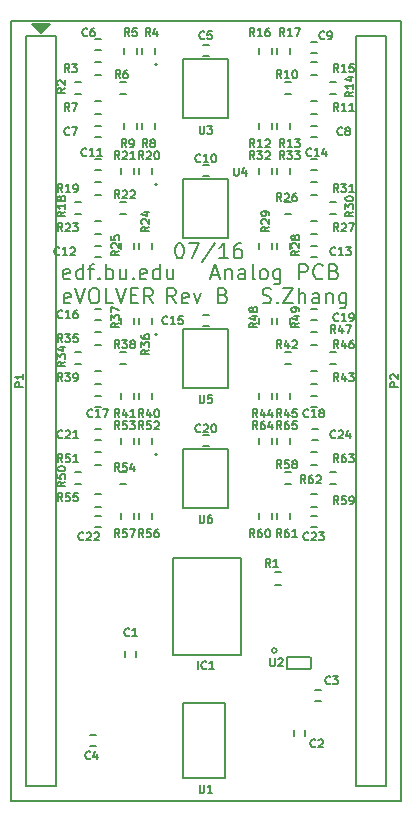
<source format=gbr>
G04 #@! TF.FileFunction,Legend,Top*
%FSLAX46Y46*%
G04 Gerber Fmt 4.6, Leading zero omitted, Abs format (unit mm)*
G04 Created by KiCad (PCBNEW 4.0.3+e1-6302~38~ubuntu14.04.1-stable) date Fri Aug 19 15:21:09 2016*
%MOMM*%
%LPD*%
G01*
G04 APERTURE LIST*
%ADD10C,0.100000*%
%ADD11C,0.203200*%
%ADD12C,0.200000*%
%ADD13C,0.150000*%
%ADD14C,0.127000*%
G04 APERTURE END LIST*
D10*
D11*
X128003904Y-77222048D02*
X128185332Y-77282524D01*
X128487713Y-77282524D01*
X128608666Y-77222048D01*
X128669142Y-77161571D01*
X128729618Y-77040619D01*
X128729618Y-76919667D01*
X128669142Y-76798714D01*
X128608666Y-76738238D01*
X128487713Y-76677762D01*
X128245809Y-76617286D01*
X128124856Y-76556810D01*
X128064380Y-76496333D01*
X128003904Y-76375381D01*
X128003904Y-76254429D01*
X128064380Y-76133476D01*
X128124856Y-76073000D01*
X128245809Y-76012524D01*
X128548189Y-76012524D01*
X128729618Y-76073000D01*
X129273904Y-77161571D02*
X129334380Y-77222048D01*
X129273904Y-77282524D01*
X129213428Y-77222048D01*
X129273904Y-77161571D01*
X129273904Y-77282524D01*
X129757714Y-76012524D02*
X130604380Y-76012524D01*
X129757714Y-77282524D01*
X130604380Y-77282524D01*
X131088190Y-77282524D02*
X131088190Y-76012524D01*
X131632476Y-77282524D02*
X131632476Y-76617286D01*
X131571999Y-76496333D01*
X131451047Y-76435857D01*
X131269619Y-76435857D01*
X131148666Y-76496333D01*
X131088190Y-76556810D01*
X132781524Y-77282524D02*
X132781524Y-76617286D01*
X132721047Y-76496333D01*
X132600095Y-76435857D01*
X132358190Y-76435857D01*
X132237238Y-76496333D01*
X132781524Y-77222048D02*
X132660571Y-77282524D01*
X132358190Y-77282524D01*
X132237238Y-77222048D01*
X132176762Y-77101095D01*
X132176762Y-76980143D01*
X132237238Y-76859190D01*
X132358190Y-76798714D01*
X132660571Y-76798714D01*
X132781524Y-76738238D01*
X133386286Y-76435857D02*
X133386286Y-77282524D01*
X133386286Y-76556810D02*
X133446762Y-76496333D01*
X133567715Y-76435857D01*
X133749143Y-76435857D01*
X133870095Y-76496333D01*
X133930572Y-76617286D01*
X133930572Y-77282524D01*
X135079620Y-76435857D02*
X135079620Y-77463952D01*
X135019143Y-77584905D01*
X134958667Y-77645381D01*
X134837715Y-77705857D01*
X134656286Y-77705857D01*
X134535334Y-77645381D01*
X135079620Y-77222048D02*
X134958667Y-77282524D01*
X134716763Y-77282524D01*
X134595810Y-77222048D01*
X134535334Y-77161571D01*
X134474858Y-77040619D01*
X134474858Y-76677762D01*
X134535334Y-76556810D01*
X134595810Y-76496333D01*
X134716763Y-76435857D01*
X134958667Y-76435857D01*
X135079620Y-76496333D01*
X120904000Y-72202524D02*
X121024952Y-72202524D01*
X121145904Y-72263000D01*
X121206381Y-72323476D01*
X121266857Y-72444429D01*
X121327333Y-72686333D01*
X121327333Y-72988714D01*
X121266857Y-73230619D01*
X121206381Y-73351571D01*
X121145904Y-73412048D01*
X121024952Y-73472524D01*
X120904000Y-73472524D01*
X120783047Y-73412048D01*
X120722571Y-73351571D01*
X120662095Y-73230619D01*
X120601619Y-72988714D01*
X120601619Y-72686333D01*
X120662095Y-72444429D01*
X120722571Y-72323476D01*
X120783047Y-72263000D01*
X120904000Y-72202524D01*
X121750667Y-72202524D02*
X122597333Y-72202524D01*
X122053048Y-73472524D01*
X123988286Y-72142048D02*
X122899714Y-73774905D01*
X125076857Y-73472524D02*
X124351143Y-73472524D01*
X124714000Y-73472524D02*
X124714000Y-72202524D01*
X124593048Y-72383952D01*
X124472095Y-72504905D01*
X124351143Y-72565381D01*
X126165429Y-72202524D02*
X125923524Y-72202524D01*
X125802572Y-72263000D01*
X125742095Y-72323476D01*
X125621143Y-72504905D01*
X125560667Y-72746810D01*
X125560667Y-73230619D01*
X125621143Y-73351571D01*
X125681619Y-73412048D01*
X125802572Y-73472524D01*
X126044476Y-73472524D01*
X126165429Y-73412048D01*
X126225905Y-73351571D01*
X126286381Y-73230619D01*
X126286381Y-72928238D01*
X126225905Y-72807286D01*
X126165429Y-72746810D01*
X126044476Y-72686333D01*
X125802572Y-72686333D01*
X125681619Y-72746810D01*
X125621143Y-72807286D01*
X125560667Y-72928238D01*
X120674191Y-77282524D02*
X120250858Y-76677762D01*
X119948477Y-77282524D02*
X119948477Y-76012524D01*
X120432286Y-76012524D01*
X120553239Y-76073000D01*
X120613715Y-76133476D01*
X120674191Y-76254429D01*
X120674191Y-76435857D01*
X120613715Y-76556810D01*
X120553239Y-76617286D01*
X120432286Y-76677762D01*
X119948477Y-76677762D01*
X121702286Y-77222048D02*
X121581334Y-77282524D01*
X121339429Y-77282524D01*
X121218477Y-77222048D01*
X121158001Y-77101095D01*
X121158001Y-76617286D01*
X121218477Y-76496333D01*
X121339429Y-76435857D01*
X121581334Y-76435857D01*
X121702286Y-76496333D01*
X121762763Y-76617286D01*
X121762763Y-76738238D01*
X121158001Y-76859190D01*
X122186096Y-76435857D02*
X122488477Y-77282524D01*
X122790857Y-76435857D01*
X124665619Y-76617286D02*
X124847048Y-76677762D01*
X124907524Y-76738238D01*
X124968000Y-76859190D01*
X124968000Y-77040619D01*
X124907524Y-77161571D01*
X124847048Y-77222048D01*
X124726095Y-77282524D01*
X124242286Y-77282524D01*
X124242286Y-76012524D01*
X124665619Y-76012524D01*
X124786572Y-76073000D01*
X124847048Y-76133476D01*
X124907524Y-76254429D01*
X124907524Y-76375381D01*
X124847048Y-76496333D01*
X124786572Y-76556810D01*
X124665619Y-76617286D01*
X124242286Y-76617286D01*
X123710095Y-74887667D02*
X124314857Y-74887667D01*
X123589142Y-75250524D02*
X124012476Y-73980524D01*
X124435809Y-75250524D01*
X124859142Y-74403857D02*
X124859142Y-75250524D01*
X124859142Y-74524810D02*
X124919618Y-74464333D01*
X125040571Y-74403857D01*
X125221999Y-74403857D01*
X125342951Y-74464333D01*
X125403428Y-74585286D01*
X125403428Y-75250524D01*
X126552476Y-75250524D02*
X126552476Y-74585286D01*
X126491999Y-74464333D01*
X126371047Y-74403857D01*
X126129142Y-74403857D01*
X126008190Y-74464333D01*
X126552476Y-75190048D02*
X126431523Y-75250524D01*
X126129142Y-75250524D01*
X126008190Y-75190048D01*
X125947714Y-75069095D01*
X125947714Y-74948143D01*
X126008190Y-74827190D01*
X126129142Y-74766714D01*
X126431523Y-74766714D01*
X126552476Y-74706238D01*
X127338667Y-75250524D02*
X127217714Y-75190048D01*
X127157238Y-75069095D01*
X127157238Y-73980524D01*
X128003905Y-75250524D02*
X127882952Y-75190048D01*
X127822476Y-75129571D01*
X127762000Y-75008619D01*
X127762000Y-74645762D01*
X127822476Y-74524810D01*
X127882952Y-74464333D01*
X128003905Y-74403857D01*
X128185333Y-74403857D01*
X128306285Y-74464333D01*
X128366762Y-74524810D01*
X128427238Y-74645762D01*
X128427238Y-75008619D01*
X128366762Y-75129571D01*
X128306285Y-75190048D01*
X128185333Y-75250524D01*
X128003905Y-75250524D01*
X129515810Y-74403857D02*
X129515810Y-75431952D01*
X129455333Y-75552905D01*
X129394857Y-75613381D01*
X129273905Y-75673857D01*
X129092476Y-75673857D01*
X128971524Y-75613381D01*
X129515810Y-75190048D02*
X129394857Y-75250524D01*
X129152953Y-75250524D01*
X129032000Y-75190048D01*
X128971524Y-75129571D01*
X128911048Y-75008619D01*
X128911048Y-74645762D01*
X128971524Y-74524810D01*
X129032000Y-74464333D01*
X129152953Y-74403857D01*
X129394857Y-74403857D01*
X129515810Y-74464333D01*
X131088191Y-75250524D02*
X131088191Y-73980524D01*
X131572000Y-73980524D01*
X131692953Y-74041000D01*
X131753429Y-74101476D01*
X131813905Y-74222429D01*
X131813905Y-74403857D01*
X131753429Y-74524810D01*
X131692953Y-74585286D01*
X131572000Y-74645762D01*
X131088191Y-74645762D01*
X133083905Y-75129571D02*
X133023429Y-75190048D01*
X132842000Y-75250524D01*
X132721048Y-75250524D01*
X132539620Y-75190048D01*
X132418667Y-75069095D01*
X132358191Y-74948143D01*
X132297715Y-74706238D01*
X132297715Y-74524810D01*
X132358191Y-74282905D01*
X132418667Y-74161952D01*
X132539620Y-74041000D01*
X132721048Y-73980524D01*
X132842000Y-73980524D01*
X133023429Y-74041000D01*
X133083905Y-74101476D01*
X134051524Y-74585286D02*
X134232953Y-74645762D01*
X134293429Y-74706238D01*
X134353905Y-74827190D01*
X134353905Y-75008619D01*
X134293429Y-75129571D01*
X134232953Y-75190048D01*
X134112000Y-75250524D01*
X133628191Y-75250524D01*
X133628191Y-73980524D01*
X134051524Y-73980524D01*
X134172477Y-74041000D01*
X134232953Y-74101476D01*
X134293429Y-74222429D01*
X134293429Y-74343381D01*
X134232953Y-74464333D01*
X134172477Y-74524810D01*
X134051524Y-74585286D01*
X133628191Y-74585286D01*
X111699524Y-77222048D02*
X111578572Y-77282524D01*
X111336667Y-77282524D01*
X111215715Y-77222048D01*
X111155239Y-77101095D01*
X111155239Y-76617286D01*
X111215715Y-76496333D01*
X111336667Y-76435857D01*
X111578572Y-76435857D01*
X111699524Y-76496333D01*
X111760001Y-76617286D01*
X111760001Y-76738238D01*
X111155239Y-76859190D01*
X112122857Y-76012524D02*
X112546191Y-77282524D01*
X112969524Y-76012524D01*
X113634762Y-76012524D02*
X113876666Y-76012524D01*
X113997619Y-76073000D01*
X114118571Y-76193952D01*
X114179047Y-76435857D01*
X114179047Y-76859190D01*
X114118571Y-77101095D01*
X113997619Y-77222048D01*
X113876666Y-77282524D01*
X113634762Y-77282524D01*
X113513809Y-77222048D01*
X113392857Y-77101095D01*
X113332381Y-76859190D01*
X113332381Y-76435857D01*
X113392857Y-76193952D01*
X113513809Y-76073000D01*
X113634762Y-76012524D01*
X115328095Y-77282524D02*
X114723333Y-77282524D01*
X114723333Y-76012524D01*
X115569999Y-76012524D02*
X115993333Y-77282524D01*
X116416666Y-76012524D01*
X116839999Y-76617286D02*
X117263332Y-76617286D01*
X117444761Y-77282524D02*
X116839999Y-77282524D01*
X116839999Y-76012524D01*
X117444761Y-76012524D01*
X118714761Y-77282524D02*
X118291428Y-76677762D01*
X117989047Y-77282524D02*
X117989047Y-76012524D01*
X118472856Y-76012524D01*
X118593809Y-76073000D01*
X118654285Y-76133476D01*
X118714761Y-76254429D01*
X118714761Y-76435857D01*
X118654285Y-76556810D01*
X118593809Y-76617286D01*
X118472856Y-76677762D01*
X117989047Y-76677762D01*
X111681380Y-75190048D02*
X111560428Y-75250524D01*
X111318523Y-75250524D01*
X111197571Y-75190048D01*
X111137095Y-75069095D01*
X111137095Y-74585286D01*
X111197571Y-74464333D01*
X111318523Y-74403857D01*
X111560428Y-74403857D01*
X111681380Y-74464333D01*
X111741857Y-74585286D01*
X111741857Y-74706238D01*
X111137095Y-74827190D01*
X112830428Y-75250524D02*
X112830428Y-73980524D01*
X112830428Y-75190048D02*
X112709475Y-75250524D01*
X112467571Y-75250524D01*
X112346618Y-75190048D01*
X112286142Y-75129571D01*
X112225666Y-75008619D01*
X112225666Y-74645762D01*
X112286142Y-74524810D01*
X112346618Y-74464333D01*
X112467571Y-74403857D01*
X112709475Y-74403857D01*
X112830428Y-74464333D01*
X113253761Y-74403857D02*
X113737571Y-74403857D01*
X113435190Y-75250524D02*
X113435190Y-74161952D01*
X113495666Y-74041000D01*
X113616619Y-73980524D01*
X113737571Y-73980524D01*
X114160904Y-75129571D02*
X114221380Y-75190048D01*
X114160904Y-75250524D01*
X114100428Y-75190048D01*
X114160904Y-75129571D01*
X114160904Y-75250524D01*
X114765666Y-75250524D02*
X114765666Y-73980524D01*
X114765666Y-74464333D02*
X114886618Y-74403857D01*
X115128523Y-74403857D01*
X115249475Y-74464333D01*
X115309952Y-74524810D01*
X115370428Y-74645762D01*
X115370428Y-75008619D01*
X115309952Y-75129571D01*
X115249475Y-75190048D01*
X115128523Y-75250524D01*
X114886618Y-75250524D01*
X114765666Y-75190048D01*
X116459000Y-74403857D02*
X116459000Y-75250524D01*
X115914714Y-74403857D02*
X115914714Y-75069095D01*
X115975190Y-75190048D01*
X116096143Y-75250524D01*
X116277571Y-75250524D01*
X116398523Y-75190048D01*
X116459000Y-75129571D01*
X117063762Y-75129571D02*
X117124238Y-75190048D01*
X117063762Y-75250524D01*
X117003286Y-75190048D01*
X117063762Y-75129571D01*
X117063762Y-75250524D01*
X118152333Y-75190048D02*
X118031381Y-75250524D01*
X117789476Y-75250524D01*
X117668524Y-75190048D01*
X117608048Y-75069095D01*
X117608048Y-74585286D01*
X117668524Y-74464333D01*
X117789476Y-74403857D01*
X118031381Y-74403857D01*
X118152333Y-74464333D01*
X118212810Y-74585286D01*
X118212810Y-74706238D01*
X117608048Y-74827190D01*
X119301381Y-75250524D02*
X119301381Y-73980524D01*
X119301381Y-75190048D02*
X119180428Y-75250524D01*
X118938524Y-75250524D01*
X118817571Y-75190048D01*
X118757095Y-75129571D01*
X118696619Y-75008619D01*
X118696619Y-74645762D01*
X118757095Y-74524810D01*
X118817571Y-74464333D01*
X118938524Y-74403857D01*
X119180428Y-74403857D01*
X119301381Y-74464333D01*
X120450429Y-74403857D02*
X120450429Y-75250524D01*
X119906143Y-74403857D02*
X119906143Y-75069095D01*
X119966619Y-75190048D01*
X120087572Y-75250524D01*
X120269000Y-75250524D01*
X120389952Y-75190048D01*
X120450429Y-75129571D01*
D12*
X109220000Y-54102000D02*
X109474000Y-53848000D01*
X108966000Y-53848000D02*
X109220000Y-54102000D01*
X108966000Y-54102000D02*
X108966000Y-53848000D01*
X109474000Y-54102000D02*
X108966000Y-54102000D01*
X109474000Y-53594000D02*
X109474000Y-54102000D01*
X109220000Y-53848000D02*
X109474000Y-53594000D01*
X108966000Y-53594000D02*
X109220000Y-53848000D01*
X108966000Y-53848000D02*
X108966000Y-53594000D01*
X108712000Y-53594000D02*
X108966000Y-53848000D01*
X108712000Y-53848000D02*
X108712000Y-53594000D01*
X109474000Y-53848000D02*
X108712000Y-53848000D01*
X109728000Y-53594000D02*
X109474000Y-53848000D01*
X109728000Y-53848000D02*
X109728000Y-53594000D01*
X109474000Y-53848000D02*
X109728000Y-53848000D01*
X109220000Y-53594000D02*
X109474000Y-53848000D01*
X109220000Y-54356000D02*
X109220000Y-53594000D01*
X108458000Y-53594000D02*
X109982000Y-53594000D01*
X109220000Y-54356000D02*
X108458000Y-53594000D01*
X109982000Y-53594000D02*
X109220000Y-54356000D01*
D13*
X106680000Y-119380000D02*
X106680000Y-53340000D01*
X139700000Y-119380000D02*
X106680000Y-119380000D01*
X139700000Y-53340000D02*
X139700000Y-119380000D01*
X106680000Y-53340000D02*
X139700000Y-53340000D01*
X132084000Y-94505000D02*
X132584000Y-94505000D01*
X132584000Y-93455000D02*
X132084000Y-93455000D01*
X118635000Y-85340000D02*
X118635000Y-84840000D01*
X117585000Y-84840000D02*
X117585000Y-85340000D01*
X107950000Y-54610000D02*
X107950000Y-118110000D01*
X110490000Y-118110000D02*
X110490000Y-54610000D01*
X107950000Y-54610000D02*
X110490000Y-54610000D01*
X107950000Y-118110000D02*
X110490000Y-118110000D01*
X129269000Y-61980000D02*
X129269000Y-62480000D01*
X130319000Y-62480000D02*
X130319000Y-61980000D01*
X118635000Y-95500000D02*
X118635000Y-95000000D01*
X117585000Y-95000000D02*
X117585000Y-95500000D01*
X114296000Y-93455000D02*
X113796000Y-93455000D01*
X113796000Y-94505000D02*
X114296000Y-94505000D01*
X132965000Y-110015000D02*
X132465000Y-110015000D01*
X132465000Y-110965000D02*
X132965000Y-110965000D01*
X113415000Y-114775000D02*
X113915000Y-114775000D01*
X113915000Y-113825000D02*
X113415000Y-113825000D01*
X123440000Y-55405000D02*
X122940000Y-55405000D01*
X122940000Y-56355000D02*
X123440000Y-56355000D01*
X113796000Y-55847000D02*
X114296000Y-55847000D01*
X114296000Y-54897000D02*
X113796000Y-54897000D01*
X132584000Y-62263000D02*
X132084000Y-62263000D01*
X132084000Y-63213000D02*
X132584000Y-63213000D01*
X132584000Y-55151000D02*
X132084000Y-55151000D01*
X132084000Y-56101000D02*
X132584000Y-56101000D01*
X123440000Y-65565000D02*
X122940000Y-65565000D01*
X122940000Y-66515000D02*
X123440000Y-66515000D01*
X113796000Y-66007000D02*
X114296000Y-66007000D01*
X114296000Y-65057000D02*
X113796000Y-65057000D01*
X113796000Y-73373000D02*
X114296000Y-73373000D01*
X114296000Y-72423000D02*
X113796000Y-72423000D01*
X132584000Y-72423000D02*
X132084000Y-72423000D01*
X132084000Y-73373000D02*
X132584000Y-73373000D01*
X132584000Y-65057000D02*
X132084000Y-65057000D01*
X132084000Y-66007000D02*
X132584000Y-66007000D01*
X123440000Y-78265000D02*
X122940000Y-78265000D01*
X122940000Y-79215000D02*
X123440000Y-79215000D01*
X113796000Y-78707000D02*
X114296000Y-78707000D01*
X114296000Y-77757000D02*
X113796000Y-77757000D01*
X113796000Y-86073000D02*
X114296000Y-86073000D01*
X114296000Y-85123000D02*
X113796000Y-85123000D01*
X132584000Y-85123000D02*
X132084000Y-85123000D01*
X132084000Y-86073000D02*
X132584000Y-86073000D01*
X132584000Y-77757000D02*
X132084000Y-77757000D01*
X132084000Y-78707000D02*
X132584000Y-78707000D01*
X123440000Y-88425000D02*
X122940000Y-88425000D01*
X122940000Y-89375000D02*
X123440000Y-89375000D01*
X113796000Y-88867000D02*
X114296000Y-88867000D01*
X114296000Y-87917000D02*
X113796000Y-87917000D01*
X113796000Y-96233000D02*
X114296000Y-96233000D01*
X114296000Y-95283000D02*
X113796000Y-95283000D01*
X132584000Y-95283000D02*
X132084000Y-95283000D01*
X132084000Y-96233000D02*
X132584000Y-96233000D01*
X129036000Y-101109000D02*
X129536000Y-101109000D01*
X129536000Y-100059000D02*
X129036000Y-100059000D01*
X112145000Y-59580000D02*
X112645000Y-59580000D01*
X112645000Y-58530000D02*
X112145000Y-58530000D01*
X113796000Y-57929000D02*
X114296000Y-57929000D01*
X114296000Y-56879000D02*
X113796000Y-56879000D01*
X117839000Y-55630000D02*
X117839000Y-56130000D01*
X118889000Y-56130000D02*
X118889000Y-55630000D01*
X117365000Y-56130000D02*
X117365000Y-55630000D01*
X116315000Y-55630000D02*
X116315000Y-56130000D01*
X115955000Y-59580000D02*
X116455000Y-59580000D01*
X116455000Y-58530000D02*
X115955000Y-58530000D01*
X114296000Y-60181000D02*
X113796000Y-60181000D01*
X113796000Y-61231000D02*
X114296000Y-61231000D01*
X118889000Y-62480000D02*
X118889000Y-61980000D01*
X117839000Y-61980000D02*
X117839000Y-62480000D01*
X116315000Y-61980000D02*
X116315000Y-62480000D01*
X117365000Y-62480000D02*
X117365000Y-61980000D01*
X130425000Y-58530000D02*
X129925000Y-58530000D01*
X129925000Y-59580000D02*
X130425000Y-59580000D01*
X132084000Y-61231000D02*
X132584000Y-61231000D01*
X132584000Y-60181000D02*
X132084000Y-60181000D01*
X128795000Y-62480000D02*
X128795000Y-61980000D01*
X127745000Y-61980000D02*
X127745000Y-62480000D01*
X134235000Y-58530000D02*
X133735000Y-58530000D01*
X133735000Y-59580000D02*
X134235000Y-59580000D01*
X132084000Y-57929000D02*
X132584000Y-57929000D01*
X132584000Y-56879000D02*
X132084000Y-56879000D01*
X127745000Y-55630000D02*
X127745000Y-56130000D01*
X128795000Y-56130000D02*
X128795000Y-55630000D01*
X130319000Y-56130000D02*
X130319000Y-55630000D01*
X129269000Y-55630000D02*
X129269000Y-56130000D01*
X112145000Y-69740000D02*
X112645000Y-69740000D01*
X112645000Y-68690000D02*
X112145000Y-68690000D01*
X113796000Y-68089000D02*
X114296000Y-68089000D01*
X114296000Y-67039000D02*
X113796000Y-67039000D01*
X117585000Y-65790000D02*
X117585000Y-66290000D01*
X118635000Y-66290000D02*
X118635000Y-65790000D01*
X117111000Y-66290000D02*
X117111000Y-65790000D01*
X116061000Y-65790000D02*
X116061000Y-66290000D01*
X115955000Y-69740000D02*
X116455000Y-69740000D01*
X116455000Y-68690000D02*
X115955000Y-68690000D01*
X114296000Y-70341000D02*
X113796000Y-70341000D01*
X113796000Y-71391000D02*
X114296000Y-71391000D01*
X118635000Y-72640000D02*
X118635000Y-72140000D01*
X117585000Y-72140000D02*
X117585000Y-72640000D01*
X116061000Y-72140000D02*
X116061000Y-72640000D01*
X117111000Y-72640000D02*
X117111000Y-72140000D01*
X130425000Y-68690000D02*
X129925000Y-68690000D01*
X129925000Y-69740000D02*
X130425000Y-69740000D01*
X132084000Y-71391000D02*
X132584000Y-71391000D01*
X132584000Y-70341000D02*
X132084000Y-70341000D01*
X128795000Y-72640000D02*
X128795000Y-72140000D01*
X127745000Y-72140000D02*
X127745000Y-72640000D01*
X129269000Y-72140000D02*
X129269000Y-72640000D01*
X130319000Y-72640000D02*
X130319000Y-72140000D01*
X134235000Y-68690000D02*
X133735000Y-68690000D01*
X133735000Y-69740000D02*
X134235000Y-69740000D01*
X132084000Y-68089000D02*
X132584000Y-68089000D01*
X132584000Y-67039000D02*
X132084000Y-67039000D01*
X127745000Y-65790000D02*
X127745000Y-66290000D01*
X128795000Y-66290000D02*
X128795000Y-65790000D01*
X130319000Y-66290000D02*
X130319000Y-65790000D01*
X129269000Y-65790000D02*
X129269000Y-66290000D01*
X112145000Y-82440000D02*
X112645000Y-82440000D01*
X112645000Y-81390000D02*
X112145000Y-81390000D01*
X113796000Y-80789000D02*
X114296000Y-80789000D01*
X114296000Y-79739000D02*
X113796000Y-79739000D01*
X117585000Y-78490000D02*
X117585000Y-78990000D01*
X118635000Y-78990000D02*
X118635000Y-78490000D01*
X117111000Y-78990000D02*
X117111000Y-78490000D01*
X116061000Y-78490000D02*
X116061000Y-78990000D01*
X115955000Y-82440000D02*
X116455000Y-82440000D01*
X116455000Y-81390000D02*
X115955000Y-81390000D01*
X114296000Y-83041000D02*
X113796000Y-83041000D01*
X113796000Y-84091000D02*
X114296000Y-84091000D01*
X116061000Y-84840000D02*
X116061000Y-85340000D01*
X117111000Y-85340000D02*
X117111000Y-84840000D01*
X130425000Y-81390000D02*
X129925000Y-81390000D01*
X129925000Y-82440000D02*
X130425000Y-82440000D01*
X132084000Y-84091000D02*
X132584000Y-84091000D01*
X132584000Y-83041000D02*
X132084000Y-83041000D01*
X128795000Y-85340000D02*
X128795000Y-84840000D01*
X127745000Y-84840000D02*
X127745000Y-85340000D01*
X129269000Y-84840000D02*
X129269000Y-85340000D01*
X130319000Y-85340000D02*
X130319000Y-84840000D01*
X133735000Y-82440000D02*
X134235000Y-82440000D01*
X134235000Y-81390000D02*
X133735000Y-81390000D01*
X132084000Y-80789000D02*
X132584000Y-80789000D01*
X132584000Y-79739000D02*
X132084000Y-79739000D01*
X127745000Y-78490000D02*
X127745000Y-78990000D01*
X128795000Y-78990000D02*
X128795000Y-78490000D01*
X130319000Y-78990000D02*
X130319000Y-78490000D01*
X129269000Y-78490000D02*
X129269000Y-78990000D01*
X112145000Y-92600000D02*
X112645000Y-92600000D01*
X112645000Y-91550000D02*
X112145000Y-91550000D01*
X113796000Y-90949000D02*
X114296000Y-90949000D01*
X114296000Y-89899000D02*
X113796000Y-89899000D01*
X117585000Y-88650000D02*
X117585000Y-89150000D01*
X118635000Y-89150000D02*
X118635000Y-88650000D01*
X117111000Y-89150000D02*
X117111000Y-88650000D01*
X116061000Y-88650000D02*
X116061000Y-89150000D01*
X115955000Y-92600000D02*
X116455000Y-92600000D01*
X116455000Y-91550000D02*
X115955000Y-91550000D01*
X116061000Y-95000000D02*
X116061000Y-95500000D01*
X117111000Y-95500000D02*
X117111000Y-95000000D01*
X130425000Y-91550000D02*
X129925000Y-91550000D01*
X129925000Y-92600000D02*
X130425000Y-92600000D01*
X128795000Y-95500000D02*
X128795000Y-95000000D01*
X127745000Y-95000000D02*
X127745000Y-95500000D01*
X129269000Y-95000000D02*
X129269000Y-95500000D01*
X130319000Y-95500000D02*
X130319000Y-95000000D01*
X133735000Y-92600000D02*
X134235000Y-92600000D01*
X134235000Y-91550000D02*
X133735000Y-91550000D01*
X132084000Y-90949000D02*
X132584000Y-90949000D01*
X132584000Y-89899000D02*
X132084000Y-89899000D01*
X127745000Y-88650000D02*
X127745000Y-89150000D01*
X128795000Y-89150000D02*
X128795000Y-88650000D01*
X130319000Y-89150000D02*
X130319000Y-88650000D01*
X129269000Y-88650000D02*
X129269000Y-89150000D01*
X119090000Y-57055000D02*
G75*
G03X119090000Y-57055000I-100000J0D01*
G01*
X125090000Y-61555000D02*
X121290000Y-61555000D01*
X125090000Y-56555000D02*
X121290000Y-56555000D01*
X121290000Y-61555000D02*
X121290000Y-56555000D01*
X125090000Y-61555000D02*
X125090000Y-56555000D01*
X119090000Y-67215000D02*
G75*
G03X119090000Y-67215000I-100000J0D01*
G01*
X125090000Y-71715000D02*
X121290000Y-71715000D01*
X125090000Y-66715000D02*
X121290000Y-66715000D01*
X121290000Y-71715000D02*
X121290000Y-66715000D01*
X125090000Y-71715000D02*
X125090000Y-66715000D01*
X119090000Y-79915000D02*
G75*
G03X119090000Y-79915000I-100000J0D01*
G01*
X125090000Y-84415000D02*
X121290000Y-84415000D01*
X125090000Y-79415000D02*
X121290000Y-79415000D01*
X121290000Y-84415000D02*
X121290000Y-79415000D01*
X125090000Y-84415000D02*
X125090000Y-79415000D01*
X119090000Y-90075000D02*
G75*
G03X119090000Y-90075000I-100000J0D01*
G01*
X125090000Y-94575000D02*
X121290000Y-94575000D01*
X125090000Y-89575000D02*
X121290000Y-89575000D01*
X121290000Y-94575000D02*
X121290000Y-89575000D01*
X125090000Y-94575000D02*
X125090000Y-89575000D01*
X117315000Y-107247500D02*
X117315000Y-106747500D01*
X116365000Y-106747500D02*
X116365000Y-107247500D01*
X131602500Y-113915000D02*
X131602500Y-113415000D01*
X130652500Y-113415000D02*
X130652500Y-113915000D01*
X132722000Y-87917000D02*
X132222000Y-87917000D01*
X132222000Y-88867000D02*
X132722000Y-88867000D01*
X126190000Y-98870000D02*
X120390000Y-98870000D01*
X126190000Y-107070000D02*
X120390000Y-107070000D01*
X120390000Y-98870000D02*
X120390000Y-107070000D01*
X126190000Y-98870000D02*
X126190000Y-107070000D01*
X129190000Y-106670000D02*
G75*
G03X129190000Y-106670000I-200000J0D01*
G01*
X121290000Y-111100000D02*
X124790000Y-111100000D01*
X124790000Y-117500000D02*
X124790000Y-111100000D01*
X121290000Y-117500000D02*
X121290000Y-111100000D01*
X124790000Y-117500000D02*
X121290000Y-117500000D01*
X113796000Y-63213000D02*
X114296000Y-63213000D01*
X114296000Y-62263000D02*
X113796000Y-62263000D01*
X135890000Y-54610000D02*
X135890000Y-118110000D01*
X138430000Y-118110000D02*
X138430000Y-54610000D01*
X135890000Y-54610000D02*
X138430000Y-54610000D01*
X135890000Y-118110000D02*
X138430000Y-118110000D01*
X130039000Y-108195000D02*
X130039000Y-107220000D01*
X130064000Y-108220000D02*
X132064000Y-108220000D01*
X130064000Y-107220000D02*
X132064000Y-107220000D01*
X132089000Y-108195000D02*
X132089000Y-107220000D01*
D14*
X134433128Y-94290243D02*
X134204528Y-93963671D01*
X134041243Y-94290243D02*
X134041243Y-93604443D01*
X134302500Y-93604443D01*
X134367814Y-93637100D01*
X134400471Y-93669757D01*
X134433128Y-93735071D01*
X134433128Y-93833043D01*
X134400471Y-93898357D01*
X134367814Y-93931014D01*
X134302500Y-93963671D01*
X134041243Y-93963671D01*
X135053614Y-93604443D02*
X134727043Y-93604443D01*
X134694386Y-93931014D01*
X134727043Y-93898357D01*
X134792357Y-93865700D01*
X134955643Y-93865700D01*
X135020957Y-93898357D01*
X135053614Y-93931014D01*
X135086271Y-93996329D01*
X135086271Y-94159614D01*
X135053614Y-94224929D01*
X135020957Y-94257586D01*
X134955643Y-94290243D01*
X134792357Y-94290243D01*
X134727043Y-94257586D01*
X134694386Y-94224929D01*
X135412843Y-94290243D02*
X135543471Y-94290243D01*
X135608786Y-94257586D01*
X135641443Y-94224929D01*
X135706757Y-94126957D01*
X135739414Y-93996329D01*
X135739414Y-93735071D01*
X135706757Y-93669757D01*
X135674100Y-93637100D01*
X135608786Y-93604443D01*
X135478157Y-93604443D01*
X135412843Y-93637100D01*
X135380186Y-93669757D01*
X135347529Y-93735071D01*
X135347529Y-93898357D01*
X135380186Y-93963671D01*
X135412843Y-93996329D01*
X135478157Y-94028986D01*
X135608786Y-94028986D01*
X135674100Y-93996329D01*
X135706757Y-93963671D01*
X135739414Y-93898357D01*
X117923128Y-86924243D02*
X117694528Y-86597671D01*
X117531243Y-86924243D02*
X117531243Y-86238443D01*
X117792500Y-86238443D01*
X117857814Y-86271100D01*
X117890471Y-86303757D01*
X117923128Y-86369071D01*
X117923128Y-86467043D01*
X117890471Y-86532357D01*
X117857814Y-86565014D01*
X117792500Y-86597671D01*
X117531243Y-86597671D01*
X118510957Y-86467043D02*
X118510957Y-86924243D01*
X118347671Y-86205786D02*
X118184386Y-86695643D01*
X118608928Y-86695643D01*
X119000814Y-86238443D02*
X119066129Y-86238443D01*
X119131443Y-86271100D01*
X119164100Y-86303757D01*
X119196757Y-86369071D01*
X119229414Y-86499700D01*
X119229414Y-86662986D01*
X119196757Y-86793614D01*
X119164100Y-86858929D01*
X119131443Y-86891586D01*
X119066129Y-86924243D01*
X119000814Y-86924243D01*
X118935500Y-86891586D01*
X118902843Y-86858929D01*
X118870186Y-86793614D01*
X118837529Y-86662986D01*
X118837529Y-86499700D01*
X118870186Y-86369071D01*
X118902843Y-86303757D01*
X118935500Y-86271100D01*
X119000814Y-86238443D01*
X107752243Y-84326185D02*
X107066443Y-84326185D01*
X107066443Y-84064928D01*
X107099100Y-83999614D01*
X107131757Y-83966957D01*
X107197071Y-83934300D01*
X107295043Y-83934300D01*
X107360357Y-83966957D01*
X107393014Y-83999614D01*
X107425671Y-84064928D01*
X107425671Y-84326185D01*
X107752243Y-83281157D02*
X107752243Y-83673042D01*
X107752243Y-83477100D02*
X107066443Y-83477100D01*
X107164414Y-83542414D01*
X107229729Y-83607728D01*
X107262386Y-83673042D01*
X129861128Y-64064243D02*
X129632528Y-63737671D01*
X129469243Y-64064243D02*
X129469243Y-63378443D01*
X129730500Y-63378443D01*
X129795814Y-63411100D01*
X129828471Y-63443757D01*
X129861128Y-63509071D01*
X129861128Y-63607043D01*
X129828471Y-63672357D01*
X129795814Y-63705014D01*
X129730500Y-63737671D01*
X129469243Y-63737671D01*
X130514271Y-64064243D02*
X130122386Y-64064243D01*
X130318328Y-64064243D02*
X130318328Y-63378443D01*
X130253014Y-63476414D01*
X130187700Y-63541729D01*
X130122386Y-63574386D01*
X130742871Y-63378443D02*
X131167414Y-63378443D01*
X130938814Y-63639700D01*
X131036786Y-63639700D01*
X131102100Y-63672357D01*
X131134757Y-63705014D01*
X131167414Y-63770329D01*
X131167414Y-63933614D01*
X131134757Y-63998929D01*
X131102100Y-64031586D01*
X131036786Y-64064243D01*
X130840843Y-64064243D01*
X130775529Y-64031586D01*
X130742871Y-63998929D01*
X117923128Y-97084243D02*
X117694528Y-96757671D01*
X117531243Y-97084243D02*
X117531243Y-96398443D01*
X117792500Y-96398443D01*
X117857814Y-96431100D01*
X117890471Y-96463757D01*
X117923128Y-96529071D01*
X117923128Y-96627043D01*
X117890471Y-96692357D01*
X117857814Y-96725014D01*
X117792500Y-96757671D01*
X117531243Y-96757671D01*
X118543614Y-96398443D02*
X118217043Y-96398443D01*
X118184386Y-96725014D01*
X118217043Y-96692357D01*
X118282357Y-96659700D01*
X118445643Y-96659700D01*
X118510957Y-96692357D01*
X118543614Y-96725014D01*
X118576271Y-96790329D01*
X118576271Y-96953614D01*
X118543614Y-97018929D01*
X118510957Y-97051586D01*
X118445643Y-97084243D01*
X118282357Y-97084243D01*
X118217043Y-97051586D01*
X118184386Y-97018929D01*
X119164100Y-96398443D02*
X119033471Y-96398443D01*
X118968157Y-96431100D01*
X118935500Y-96463757D01*
X118870186Y-96561729D01*
X118837529Y-96692357D01*
X118837529Y-96953614D01*
X118870186Y-97018929D01*
X118902843Y-97051586D01*
X118968157Y-97084243D01*
X119098786Y-97084243D01*
X119164100Y-97051586D01*
X119196757Y-97018929D01*
X119229414Y-96953614D01*
X119229414Y-96790329D01*
X119196757Y-96725014D01*
X119164100Y-96692357D01*
X119098786Y-96659700D01*
X118968157Y-96659700D01*
X118902843Y-96692357D01*
X118870186Y-96725014D01*
X118837529Y-96790329D01*
X111065128Y-94036243D02*
X110836528Y-93709671D01*
X110673243Y-94036243D02*
X110673243Y-93350443D01*
X110934500Y-93350443D01*
X110999814Y-93383100D01*
X111032471Y-93415757D01*
X111065128Y-93481071D01*
X111065128Y-93579043D01*
X111032471Y-93644357D01*
X110999814Y-93677014D01*
X110934500Y-93709671D01*
X110673243Y-93709671D01*
X111685614Y-93350443D02*
X111359043Y-93350443D01*
X111326386Y-93677014D01*
X111359043Y-93644357D01*
X111424357Y-93611700D01*
X111587643Y-93611700D01*
X111652957Y-93644357D01*
X111685614Y-93677014D01*
X111718271Y-93742329D01*
X111718271Y-93905614D01*
X111685614Y-93970929D01*
X111652957Y-94003586D01*
X111587643Y-94036243D01*
X111424357Y-94036243D01*
X111359043Y-94003586D01*
X111326386Y-93970929D01*
X112338757Y-93350443D02*
X112012186Y-93350443D01*
X111979529Y-93677014D01*
X112012186Y-93644357D01*
X112077500Y-93611700D01*
X112240786Y-93611700D01*
X112306100Y-93644357D01*
X112338757Y-93677014D01*
X112371414Y-93742329D01*
X112371414Y-93905614D01*
X112338757Y-93970929D01*
X112306100Y-94003586D01*
X112240786Y-94036243D01*
X112077500Y-94036243D01*
X112012186Y-94003586D01*
X111979529Y-93970929D01*
X133743700Y-109464929D02*
X133711043Y-109497586D01*
X133613072Y-109530243D01*
X133547758Y-109530243D01*
X133449786Y-109497586D01*
X133384472Y-109432271D01*
X133351815Y-109366957D01*
X133319158Y-109236329D01*
X133319158Y-109138357D01*
X133351815Y-109007729D01*
X133384472Y-108942414D01*
X133449786Y-108877100D01*
X133547758Y-108844443D01*
X133613072Y-108844443D01*
X133711043Y-108877100D01*
X133743700Y-108909757D01*
X133972300Y-108844443D02*
X134396843Y-108844443D01*
X134168243Y-109105700D01*
X134266215Y-109105700D01*
X134331529Y-109138357D01*
X134364186Y-109171014D01*
X134396843Y-109236329D01*
X134396843Y-109399614D01*
X134364186Y-109464929D01*
X134331529Y-109497586D01*
X134266215Y-109530243D01*
X134070272Y-109530243D01*
X134004958Y-109497586D01*
X133972300Y-109464929D01*
X113423700Y-115814929D02*
X113391043Y-115847586D01*
X113293072Y-115880243D01*
X113227758Y-115880243D01*
X113129786Y-115847586D01*
X113064472Y-115782271D01*
X113031815Y-115716957D01*
X112999158Y-115586329D01*
X112999158Y-115488357D01*
X113031815Y-115357729D01*
X113064472Y-115292414D01*
X113129786Y-115227100D01*
X113227758Y-115194443D01*
X113293072Y-115194443D01*
X113391043Y-115227100D01*
X113423700Y-115259757D01*
X114011529Y-115423043D02*
X114011529Y-115880243D01*
X113848243Y-115161786D02*
X113684958Y-115651643D01*
X114109500Y-115651643D01*
X123075700Y-54854929D02*
X123043043Y-54887586D01*
X122945072Y-54920243D01*
X122879758Y-54920243D01*
X122781786Y-54887586D01*
X122716472Y-54822271D01*
X122683815Y-54756957D01*
X122651158Y-54626329D01*
X122651158Y-54528357D01*
X122683815Y-54397729D01*
X122716472Y-54332414D01*
X122781786Y-54267100D01*
X122879758Y-54234443D01*
X122945072Y-54234443D01*
X123043043Y-54267100D01*
X123075700Y-54299757D01*
X123696186Y-54234443D02*
X123369615Y-54234443D01*
X123336958Y-54561014D01*
X123369615Y-54528357D01*
X123434929Y-54495700D01*
X123598215Y-54495700D01*
X123663529Y-54528357D01*
X123696186Y-54561014D01*
X123728843Y-54626329D01*
X123728843Y-54789614D01*
X123696186Y-54854929D01*
X123663529Y-54887586D01*
X123598215Y-54920243D01*
X123434929Y-54920243D01*
X123369615Y-54887586D01*
X123336958Y-54854929D01*
X113169700Y-54600929D02*
X113137043Y-54633586D01*
X113039072Y-54666243D01*
X112973758Y-54666243D01*
X112875786Y-54633586D01*
X112810472Y-54568271D01*
X112777815Y-54502957D01*
X112745158Y-54372329D01*
X112745158Y-54274357D01*
X112777815Y-54143729D01*
X112810472Y-54078414D01*
X112875786Y-54013100D01*
X112973758Y-53980443D01*
X113039072Y-53980443D01*
X113137043Y-54013100D01*
X113169700Y-54045757D01*
X113757529Y-53980443D02*
X113626900Y-53980443D01*
X113561586Y-54013100D01*
X113528929Y-54045757D01*
X113463615Y-54143729D01*
X113430958Y-54274357D01*
X113430958Y-54535614D01*
X113463615Y-54600929D01*
X113496272Y-54633586D01*
X113561586Y-54666243D01*
X113692215Y-54666243D01*
X113757529Y-54633586D01*
X113790186Y-54600929D01*
X113822843Y-54535614D01*
X113822843Y-54372329D01*
X113790186Y-54307014D01*
X113757529Y-54274357D01*
X113692215Y-54241700D01*
X113561586Y-54241700D01*
X113496272Y-54274357D01*
X113463615Y-54307014D01*
X113430958Y-54372329D01*
X134759700Y-62982929D02*
X134727043Y-63015586D01*
X134629072Y-63048243D01*
X134563758Y-63048243D01*
X134465786Y-63015586D01*
X134400472Y-62950271D01*
X134367815Y-62884957D01*
X134335158Y-62754329D01*
X134335158Y-62656357D01*
X134367815Y-62525729D01*
X134400472Y-62460414D01*
X134465786Y-62395100D01*
X134563758Y-62362443D01*
X134629072Y-62362443D01*
X134727043Y-62395100D01*
X134759700Y-62427757D01*
X135151586Y-62656357D02*
X135086272Y-62623700D01*
X135053615Y-62591043D01*
X135020958Y-62525729D01*
X135020958Y-62493071D01*
X135053615Y-62427757D01*
X135086272Y-62395100D01*
X135151586Y-62362443D01*
X135282215Y-62362443D01*
X135347529Y-62395100D01*
X135380186Y-62427757D01*
X135412843Y-62493071D01*
X135412843Y-62525729D01*
X135380186Y-62591043D01*
X135347529Y-62623700D01*
X135282215Y-62656357D01*
X135151586Y-62656357D01*
X135086272Y-62689014D01*
X135053615Y-62721671D01*
X135020958Y-62786986D01*
X135020958Y-62917614D01*
X135053615Y-62982929D01*
X135086272Y-63015586D01*
X135151586Y-63048243D01*
X135282215Y-63048243D01*
X135347529Y-63015586D01*
X135380186Y-62982929D01*
X135412843Y-62917614D01*
X135412843Y-62786986D01*
X135380186Y-62721671D01*
X135347529Y-62689014D01*
X135282215Y-62656357D01*
X133235700Y-54854929D02*
X133203043Y-54887586D01*
X133105072Y-54920243D01*
X133039758Y-54920243D01*
X132941786Y-54887586D01*
X132876472Y-54822271D01*
X132843815Y-54756957D01*
X132811158Y-54626329D01*
X132811158Y-54528357D01*
X132843815Y-54397729D01*
X132876472Y-54332414D01*
X132941786Y-54267100D01*
X133039758Y-54234443D01*
X133105072Y-54234443D01*
X133203043Y-54267100D01*
X133235700Y-54299757D01*
X133562272Y-54920243D02*
X133692900Y-54920243D01*
X133758215Y-54887586D01*
X133790872Y-54854929D01*
X133856186Y-54756957D01*
X133888843Y-54626329D01*
X133888843Y-54365071D01*
X133856186Y-54299757D01*
X133823529Y-54267100D01*
X133758215Y-54234443D01*
X133627586Y-54234443D01*
X133562272Y-54267100D01*
X133529615Y-54299757D01*
X133496958Y-54365071D01*
X133496958Y-54528357D01*
X133529615Y-54593671D01*
X133562272Y-54626329D01*
X133627586Y-54658986D01*
X133758215Y-54658986D01*
X133823529Y-54626329D01*
X133856186Y-54593671D01*
X133888843Y-54528357D01*
X122749128Y-65268929D02*
X122716471Y-65301586D01*
X122618500Y-65334243D01*
X122553186Y-65334243D01*
X122455214Y-65301586D01*
X122389900Y-65236271D01*
X122357243Y-65170957D01*
X122324586Y-65040329D01*
X122324586Y-64942357D01*
X122357243Y-64811729D01*
X122389900Y-64746414D01*
X122455214Y-64681100D01*
X122553186Y-64648443D01*
X122618500Y-64648443D01*
X122716471Y-64681100D01*
X122749128Y-64713757D01*
X123402271Y-65334243D02*
X123010386Y-65334243D01*
X123206328Y-65334243D02*
X123206328Y-64648443D01*
X123141014Y-64746414D01*
X123075700Y-64811729D01*
X123010386Y-64844386D01*
X123826814Y-64648443D02*
X123892129Y-64648443D01*
X123957443Y-64681100D01*
X123990100Y-64713757D01*
X124022757Y-64779071D01*
X124055414Y-64909700D01*
X124055414Y-65072986D01*
X124022757Y-65203614D01*
X123990100Y-65268929D01*
X123957443Y-65301586D01*
X123892129Y-65334243D01*
X123826814Y-65334243D01*
X123761500Y-65301586D01*
X123728843Y-65268929D01*
X123696186Y-65203614D01*
X123663529Y-65072986D01*
X123663529Y-64909700D01*
X123696186Y-64779071D01*
X123728843Y-64713757D01*
X123761500Y-64681100D01*
X123826814Y-64648443D01*
X113097128Y-64760929D02*
X113064471Y-64793586D01*
X112966500Y-64826243D01*
X112901186Y-64826243D01*
X112803214Y-64793586D01*
X112737900Y-64728271D01*
X112705243Y-64662957D01*
X112672586Y-64532329D01*
X112672586Y-64434357D01*
X112705243Y-64303729D01*
X112737900Y-64238414D01*
X112803214Y-64173100D01*
X112901186Y-64140443D01*
X112966500Y-64140443D01*
X113064471Y-64173100D01*
X113097128Y-64205757D01*
X113750271Y-64826243D02*
X113358386Y-64826243D01*
X113554328Y-64826243D02*
X113554328Y-64140443D01*
X113489014Y-64238414D01*
X113423700Y-64303729D01*
X113358386Y-64336386D01*
X114403414Y-64826243D02*
X114011529Y-64826243D01*
X114207471Y-64826243D02*
X114207471Y-64140443D01*
X114142157Y-64238414D01*
X114076843Y-64303729D01*
X114011529Y-64336386D01*
X110811128Y-73142929D02*
X110778471Y-73175586D01*
X110680500Y-73208243D01*
X110615186Y-73208243D01*
X110517214Y-73175586D01*
X110451900Y-73110271D01*
X110419243Y-73044957D01*
X110386586Y-72914329D01*
X110386586Y-72816357D01*
X110419243Y-72685729D01*
X110451900Y-72620414D01*
X110517214Y-72555100D01*
X110615186Y-72522443D01*
X110680500Y-72522443D01*
X110778471Y-72555100D01*
X110811128Y-72587757D01*
X111464271Y-73208243D02*
X111072386Y-73208243D01*
X111268328Y-73208243D02*
X111268328Y-72522443D01*
X111203014Y-72620414D01*
X111137700Y-72685729D01*
X111072386Y-72718386D01*
X111725529Y-72587757D02*
X111758186Y-72555100D01*
X111823500Y-72522443D01*
X111986786Y-72522443D01*
X112052100Y-72555100D01*
X112084757Y-72587757D01*
X112117414Y-72653071D01*
X112117414Y-72718386D01*
X112084757Y-72816357D01*
X111692871Y-73208243D01*
X112117414Y-73208243D01*
X134179128Y-73142929D02*
X134146471Y-73175586D01*
X134048500Y-73208243D01*
X133983186Y-73208243D01*
X133885214Y-73175586D01*
X133819900Y-73110271D01*
X133787243Y-73044957D01*
X133754586Y-72914329D01*
X133754586Y-72816357D01*
X133787243Y-72685729D01*
X133819900Y-72620414D01*
X133885214Y-72555100D01*
X133983186Y-72522443D01*
X134048500Y-72522443D01*
X134146471Y-72555100D01*
X134179128Y-72587757D01*
X134832271Y-73208243D02*
X134440386Y-73208243D01*
X134636328Y-73208243D02*
X134636328Y-72522443D01*
X134571014Y-72620414D01*
X134505700Y-72685729D01*
X134440386Y-72718386D01*
X135060871Y-72522443D02*
X135485414Y-72522443D01*
X135256814Y-72783700D01*
X135354786Y-72783700D01*
X135420100Y-72816357D01*
X135452757Y-72849014D01*
X135485414Y-72914329D01*
X135485414Y-73077614D01*
X135452757Y-73142929D01*
X135420100Y-73175586D01*
X135354786Y-73208243D01*
X135158843Y-73208243D01*
X135093529Y-73175586D01*
X135060871Y-73142929D01*
X132147128Y-64760929D02*
X132114471Y-64793586D01*
X132016500Y-64826243D01*
X131951186Y-64826243D01*
X131853214Y-64793586D01*
X131787900Y-64728271D01*
X131755243Y-64662957D01*
X131722586Y-64532329D01*
X131722586Y-64434357D01*
X131755243Y-64303729D01*
X131787900Y-64238414D01*
X131853214Y-64173100D01*
X131951186Y-64140443D01*
X132016500Y-64140443D01*
X132114471Y-64173100D01*
X132147128Y-64205757D01*
X132800271Y-64826243D02*
X132408386Y-64826243D01*
X132604328Y-64826243D02*
X132604328Y-64140443D01*
X132539014Y-64238414D01*
X132473700Y-64303729D01*
X132408386Y-64336386D01*
X133388100Y-64369043D02*
X133388100Y-64826243D01*
X133224814Y-64107786D02*
X133061529Y-64597643D01*
X133486071Y-64597643D01*
X119955128Y-78984929D02*
X119922471Y-79017586D01*
X119824500Y-79050243D01*
X119759186Y-79050243D01*
X119661214Y-79017586D01*
X119595900Y-78952271D01*
X119563243Y-78886957D01*
X119530586Y-78756329D01*
X119530586Y-78658357D01*
X119563243Y-78527729D01*
X119595900Y-78462414D01*
X119661214Y-78397100D01*
X119759186Y-78364443D01*
X119824500Y-78364443D01*
X119922471Y-78397100D01*
X119955128Y-78429757D01*
X120608271Y-79050243D02*
X120216386Y-79050243D01*
X120412328Y-79050243D02*
X120412328Y-78364443D01*
X120347014Y-78462414D01*
X120281700Y-78527729D01*
X120216386Y-78560386D01*
X121228757Y-78364443D02*
X120902186Y-78364443D01*
X120869529Y-78691014D01*
X120902186Y-78658357D01*
X120967500Y-78625700D01*
X121130786Y-78625700D01*
X121196100Y-78658357D01*
X121228757Y-78691014D01*
X121261414Y-78756329D01*
X121261414Y-78919614D01*
X121228757Y-78984929D01*
X121196100Y-79017586D01*
X121130786Y-79050243D01*
X120967500Y-79050243D01*
X120902186Y-79017586D01*
X120869529Y-78984929D01*
X111065128Y-78476929D02*
X111032471Y-78509586D01*
X110934500Y-78542243D01*
X110869186Y-78542243D01*
X110771214Y-78509586D01*
X110705900Y-78444271D01*
X110673243Y-78378957D01*
X110640586Y-78248329D01*
X110640586Y-78150357D01*
X110673243Y-78019729D01*
X110705900Y-77954414D01*
X110771214Y-77889100D01*
X110869186Y-77856443D01*
X110934500Y-77856443D01*
X111032471Y-77889100D01*
X111065128Y-77921757D01*
X111718271Y-78542243D02*
X111326386Y-78542243D01*
X111522328Y-78542243D02*
X111522328Y-77856443D01*
X111457014Y-77954414D01*
X111391700Y-78019729D01*
X111326386Y-78052386D01*
X112306100Y-77856443D02*
X112175471Y-77856443D01*
X112110157Y-77889100D01*
X112077500Y-77921757D01*
X112012186Y-78019729D01*
X111979529Y-78150357D01*
X111979529Y-78411614D01*
X112012186Y-78476929D01*
X112044843Y-78509586D01*
X112110157Y-78542243D01*
X112240786Y-78542243D01*
X112306100Y-78509586D01*
X112338757Y-78476929D01*
X112371414Y-78411614D01*
X112371414Y-78248329D01*
X112338757Y-78183014D01*
X112306100Y-78150357D01*
X112240786Y-78117700D01*
X112110157Y-78117700D01*
X112044843Y-78150357D01*
X112012186Y-78183014D01*
X111979529Y-78248329D01*
X113605128Y-86858929D02*
X113572471Y-86891586D01*
X113474500Y-86924243D01*
X113409186Y-86924243D01*
X113311214Y-86891586D01*
X113245900Y-86826271D01*
X113213243Y-86760957D01*
X113180586Y-86630329D01*
X113180586Y-86532357D01*
X113213243Y-86401729D01*
X113245900Y-86336414D01*
X113311214Y-86271100D01*
X113409186Y-86238443D01*
X113474500Y-86238443D01*
X113572471Y-86271100D01*
X113605128Y-86303757D01*
X114258271Y-86924243D02*
X113866386Y-86924243D01*
X114062328Y-86924243D02*
X114062328Y-86238443D01*
X113997014Y-86336414D01*
X113931700Y-86401729D01*
X113866386Y-86434386D01*
X114486871Y-86238443D02*
X114944071Y-86238443D01*
X114650157Y-86924243D01*
X131893128Y-86858929D02*
X131860471Y-86891586D01*
X131762500Y-86924243D01*
X131697186Y-86924243D01*
X131599214Y-86891586D01*
X131533900Y-86826271D01*
X131501243Y-86760957D01*
X131468586Y-86630329D01*
X131468586Y-86532357D01*
X131501243Y-86401729D01*
X131533900Y-86336414D01*
X131599214Y-86271100D01*
X131697186Y-86238443D01*
X131762500Y-86238443D01*
X131860471Y-86271100D01*
X131893128Y-86303757D01*
X132546271Y-86924243D02*
X132154386Y-86924243D01*
X132350328Y-86924243D02*
X132350328Y-86238443D01*
X132285014Y-86336414D01*
X132219700Y-86401729D01*
X132154386Y-86434386D01*
X132938157Y-86532357D02*
X132872843Y-86499700D01*
X132840186Y-86467043D01*
X132807529Y-86401729D01*
X132807529Y-86369071D01*
X132840186Y-86303757D01*
X132872843Y-86271100D01*
X132938157Y-86238443D01*
X133068786Y-86238443D01*
X133134100Y-86271100D01*
X133166757Y-86303757D01*
X133199414Y-86369071D01*
X133199414Y-86401729D01*
X133166757Y-86467043D01*
X133134100Y-86499700D01*
X133068786Y-86532357D01*
X132938157Y-86532357D01*
X132872843Y-86565014D01*
X132840186Y-86597671D01*
X132807529Y-86662986D01*
X132807529Y-86793614D01*
X132840186Y-86858929D01*
X132872843Y-86891586D01*
X132938157Y-86924243D01*
X133068786Y-86924243D01*
X133134100Y-86891586D01*
X133166757Y-86858929D01*
X133199414Y-86793614D01*
X133199414Y-86662986D01*
X133166757Y-86597671D01*
X133134100Y-86565014D01*
X133068786Y-86532357D01*
X134433128Y-78730929D02*
X134400471Y-78763586D01*
X134302500Y-78796243D01*
X134237186Y-78796243D01*
X134139214Y-78763586D01*
X134073900Y-78698271D01*
X134041243Y-78632957D01*
X134008586Y-78502329D01*
X134008586Y-78404357D01*
X134041243Y-78273729D01*
X134073900Y-78208414D01*
X134139214Y-78143100D01*
X134237186Y-78110443D01*
X134302500Y-78110443D01*
X134400471Y-78143100D01*
X134433128Y-78175757D01*
X135086271Y-78796243D02*
X134694386Y-78796243D01*
X134890328Y-78796243D02*
X134890328Y-78110443D01*
X134825014Y-78208414D01*
X134759700Y-78273729D01*
X134694386Y-78306386D01*
X135412843Y-78796243D02*
X135543471Y-78796243D01*
X135608786Y-78763586D01*
X135641443Y-78730929D01*
X135706757Y-78632957D01*
X135739414Y-78502329D01*
X135739414Y-78241071D01*
X135706757Y-78175757D01*
X135674100Y-78143100D01*
X135608786Y-78110443D01*
X135478157Y-78110443D01*
X135412843Y-78143100D01*
X135380186Y-78175757D01*
X135347529Y-78241071D01*
X135347529Y-78404357D01*
X135380186Y-78469671D01*
X135412843Y-78502329D01*
X135478157Y-78534986D01*
X135608786Y-78534986D01*
X135674100Y-78502329D01*
X135706757Y-78469671D01*
X135739414Y-78404357D01*
X122749128Y-88128929D02*
X122716471Y-88161586D01*
X122618500Y-88194243D01*
X122553186Y-88194243D01*
X122455214Y-88161586D01*
X122389900Y-88096271D01*
X122357243Y-88030957D01*
X122324586Y-87900329D01*
X122324586Y-87802357D01*
X122357243Y-87671729D01*
X122389900Y-87606414D01*
X122455214Y-87541100D01*
X122553186Y-87508443D01*
X122618500Y-87508443D01*
X122716471Y-87541100D01*
X122749128Y-87573757D01*
X123010386Y-87573757D02*
X123043043Y-87541100D01*
X123108357Y-87508443D01*
X123271643Y-87508443D01*
X123336957Y-87541100D01*
X123369614Y-87573757D01*
X123402271Y-87639071D01*
X123402271Y-87704386D01*
X123369614Y-87802357D01*
X122977728Y-88194243D01*
X123402271Y-88194243D01*
X123826814Y-87508443D02*
X123892129Y-87508443D01*
X123957443Y-87541100D01*
X123990100Y-87573757D01*
X124022757Y-87639071D01*
X124055414Y-87769700D01*
X124055414Y-87932986D01*
X124022757Y-88063614D01*
X123990100Y-88128929D01*
X123957443Y-88161586D01*
X123892129Y-88194243D01*
X123826814Y-88194243D01*
X123761500Y-88161586D01*
X123728843Y-88128929D01*
X123696186Y-88063614D01*
X123663529Y-87932986D01*
X123663529Y-87769700D01*
X123696186Y-87639071D01*
X123728843Y-87573757D01*
X123761500Y-87541100D01*
X123826814Y-87508443D01*
X111065128Y-88636929D02*
X111032471Y-88669586D01*
X110934500Y-88702243D01*
X110869186Y-88702243D01*
X110771214Y-88669586D01*
X110705900Y-88604271D01*
X110673243Y-88538957D01*
X110640586Y-88408329D01*
X110640586Y-88310357D01*
X110673243Y-88179729D01*
X110705900Y-88114414D01*
X110771214Y-88049100D01*
X110869186Y-88016443D01*
X110934500Y-88016443D01*
X111032471Y-88049100D01*
X111065128Y-88081757D01*
X111326386Y-88081757D02*
X111359043Y-88049100D01*
X111424357Y-88016443D01*
X111587643Y-88016443D01*
X111652957Y-88049100D01*
X111685614Y-88081757D01*
X111718271Y-88147071D01*
X111718271Y-88212386D01*
X111685614Y-88310357D01*
X111293728Y-88702243D01*
X111718271Y-88702243D01*
X112371414Y-88702243D02*
X111979529Y-88702243D01*
X112175471Y-88702243D02*
X112175471Y-88016443D01*
X112110157Y-88114414D01*
X112044843Y-88179729D01*
X111979529Y-88212386D01*
X112843128Y-97272929D02*
X112810471Y-97305586D01*
X112712500Y-97338243D01*
X112647186Y-97338243D01*
X112549214Y-97305586D01*
X112483900Y-97240271D01*
X112451243Y-97174957D01*
X112418586Y-97044329D01*
X112418586Y-96946357D01*
X112451243Y-96815729D01*
X112483900Y-96750414D01*
X112549214Y-96685100D01*
X112647186Y-96652443D01*
X112712500Y-96652443D01*
X112810471Y-96685100D01*
X112843128Y-96717757D01*
X113104386Y-96717757D02*
X113137043Y-96685100D01*
X113202357Y-96652443D01*
X113365643Y-96652443D01*
X113430957Y-96685100D01*
X113463614Y-96717757D01*
X113496271Y-96783071D01*
X113496271Y-96848386D01*
X113463614Y-96946357D01*
X113071728Y-97338243D01*
X113496271Y-97338243D01*
X113757529Y-96717757D02*
X113790186Y-96685100D01*
X113855500Y-96652443D01*
X114018786Y-96652443D01*
X114084100Y-96685100D01*
X114116757Y-96717757D01*
X114149414Y-96783071D01*
X114149414Y-96848386D01*
X114116757Y-96946357D01*
X113724871Y-97338243D01*
X114149414Y-97338243D01*
X131893128Y-97272929D02*
X131860471Y-97305586D01*
X131762500Y-97338243D01*
X131697186Y-97338243D01*
X131599214Y-97305586D01*
X131533900Y-97240271D01*
X131501243Y-97174957D01*
X131468586Y-97044329D01*
X131468586Y-96946357D01*
X131501243Y-96815729D01*
X131533900Y-96750414D01*
X131599214Y-96685100D01*
X131697186Y-96652443D01*
X131762500Y-96652443D01*
X131860471Y-96685100D01*
X131893128Y-96717757D01*
X132154386Y-96717757D02*
X132187043Y-96685100D01*
X132252357Y-96652443D01*
X132415643Y-96652443D01*
X132480957Y-96685100D01*
X132513614Y-96717757D01*
X132546271Y-96783071D01*
X132546271Y-96848386D01*
X132513614Y-96946357D01*
X132121728Y-97338243D01*
X132546271Y-97338243D01*
X132774871Y-96652443D02*
X133199414Y-96652443D01*
X132970814Y-96913700D01*
X133068786Y-96913700D01*
X133134100Y-96946357D01*
X133166757Y-96979014D01*
X133199414Y-97044329D01*
X133199414Y-97207614D01*
X133166757Y-97272929D01*
X133134100Y-97305586D01*
X133068786Y-97338243D01*
X132872843Y-97338243D01*
X132807529Y-97305586D01*
X132774871Y-97272929D01*
X128663700Y-99624243D02*
X128435100Y-99297671D01*
X128271815Y-99624243D02*
X128271815Y-98938443D01*
X128533072Y-98938443D01*
X128598386Y-98971100D01*
X128631043Y-99003757D01*
X128663700Y-99069071D01*
X128663700Y-99167043D01*
X128631043Y-99232357D01*
X128598386Y-99265014D01*
X128533072Y-99297671D01*
X128271815Y-99297671D01*
X129316843Y-99624243D02*
X128924958Y-99624243D01*
X129120900Y-99624243D02*
X129120900Y-98938443D01*
X129055586Y-99036414D01*
X128990272Y-99101729D01*
X128924958Y-99134386D01*
X111308243Y-59042300D02*
X110981671Y-59270900D01*
X111308243Y-59434185D02*
X110622443Y-59434185D01*
X110622443Y-59172928D01*
X110655100Y-59107614D01*
X110687757Y-59074957D01*
X110753071Y-59042300D01*
X110851043Y-59042300D01*
X110916357Y-59074957D01*
X110949014Y-59107614D01*
X110981671Y-59172928D01*
X110981671Y-59434185D01*
X110687757Y-58781042D02*
X110655100Y-58748385D01*
X110622443Y-58683071D01*
X110622443Y-58519785D01*
X110655100Y-58454471D01*
X110687757Y-58421814D01*
X110753071Y-58389157D01*
X110818386Y-58389157D01*
X110916357Y-58421814D01*
X111308243Y-58813700D01*
X111308243Y-58389157D01*
X111645700Y-57714243D02*
X111417100Y-57387671D01*
X111253815Y-57714243D02*
X111253815Y-57028443D01*
X111515072Y-57028443D01*
X111580386Y-57061100D01*
X111613043Y-57093757D01*
X111645700Y-57159071D01*
X111645700Y-57257043D01*
X111613043Y-57322357D01*
X111580386Y-57355014D01*
X111515072Y-57387671D01*
X111253815Y-57387671D01*
X111874300Y-57028443D02*
X112298843Y-57028443D01*
X112070243Y-57289700D01*
X112168215Y-57289700D01*
X112233529Y-57322357D01*
X112266186Y-57355014D01*
X112298843Y-57420329D01*
X112298843Y-57583614D01*
X112266186Y-57648929D01*
X112233529Y-57681586D01*
X112168215Y-57714243D01*
X111972272Y-57714243D01*
X111906958Y-57681586D01*
X111874300Y-57648929D01*
X118503700Y-54666243D02*
X118275100Y-54339671D01*
X118111815Y-54666243D02*
X118111815Y-53980443D01*
X118373072Y-53980443D01*
X118438386Y-54013100D01*
X118471043Y-54045757D01*
X118503700Y-54111071D01*
X118503700Y-54209043D01*
X118471043Y-54274357D01*
X118438386Y-54307014D01*
X118373072Y-54339671D01*
X118111815Y-54339671D01*
X119091529Y-54209043D02*
X119091529Y-54666243D01*
X118928243Y-53947786D02*
X118764958Y-54437643D01*
X119189500Y-54437643D01*
X116725700Y-54666243D02*
X116497100Y-54339671D01*
X116333815Y-54666243D02*
X116333815Y-53980443D01*
X116595072Y-53980443D01*
X116660386Y-54013100D01*
X116693043Y-54045757D01*
X116725700Y-54111071D01*
X116725700Y-54209043D01*
X116693043Y-54274357D01*
X116660386Y-54307014D01*
X116595072Y-54339671D01*
X116333815Y-54339671D01*
X117346186Y-53980443D02*
X117019615Y-53980443D01*
X116986958Y-54307014D01*
X117019615Y-54274357D01*
X117084929Y-54241700D01*
X117248215Y-54241700D01*
X117313529Y-54274357D01*
X117346186Y-54307014D01*
X117378843Y-54372329D01*
X117378843Y-54535614D01*
X117346186Y-54600929D01*
X117313529Y-54633586D01*
X117248215Y-54666243D01*
X117084929Y-54666243D01*
X117019615Y-54633586D01*
X116986958Y-54600929D01*
X115963700Y-58222243D02*
X115735100Y-57895671D01*
X115571815Y-58222243D02*
X115571815Y-57536443D01*
X115833072Y-57536443D01*
X115898386Y-57569100D01*
X115931043Y-57601757D01*
X115963700Y-57667071D01*
X115963700Y-57765043D01*
X115931043Y-57830357D01*
X115898386Y-57863014D01*
X115833072Y-57895671D01*
X115571815Y-57895671D01*
X116551529Y-57536443D02*
X116420900Y-57536443D01*
X116355586Y-57569100D01*
X116322929Y-57601757D01*
X116257615Y-57699729D01*
X116224958Y-57830357D01*
X116224958Y-58091614D01*
X116257615Y-58156929D01*
X116290272Y-58189586D01*
X116355586Y-58222243D01*
X116486215Y-58222243D01*
X116551529Y-58189586D01*
X116584186Y-58156929D01*
X116616843Y-58091614D01*
X116616843Y-57928329D01*
X116584186Y-57863014D01*
X116551529Y-57830357D01*
X116486215Y-57797700D01*
X116355586Y-57797700D01*
X116290272Y-57830357D01*
X116257615Y-57863014D01*
X116224958Y-57928329D01*
X111645700Y-61016243D02*
X111417100Y-60689671D01*
X111253815Y-61016243D02*
X111253815Y-60330443D01*
X111515072Y-60330443D01*
X111580386Y-60363100D01*
X111613043Y-60395757D01*
X111645700Y-60461071D01*
X111645700Y-60559043D01*
X111613043Y-60624357D01*
X111580386Y-60657014D01*
X111515072Y-60689671D01*
X111253815Y-60689671D01*
X111874300Y-60330443D02*
X112331500Y-60330443D01*
X112037586Y-61016243D01*
X118249700Y-64064243D02*
X118021100Y-63737671D01*
X117857815Y-64064243D02*
X117857815Y-63378443D01*
X118119072Y-63378443D01*
X118184386Y-63411100D01*
X118217043Y-63443757D01*
X118249700Y-63509071D01*
X118249700Y-63607043D01*
X118217043Y-63672357D01*
X118184386Y-63705014D01*
X118119072Y-63737671D01*
X117857815Y-63737671D01*
X118641586Y-63672357D02*
X118576272Y-63639700D01*
X118543615Y-63607043D01*
X118510958Y-63541729D01*
X118510958Y-63509071D01*
X118543615Y-63443757D01*
X118576272Y-63411100D01*
X118641586Y-63378443D01*
X118772215Y-63378443D01*
X118837529Y-63411100D01*
X118870186Y-63443757D01*
X118902843Y-63509071D01*
X118902843Y-63541729D01*
X118870186Y-63607043D01*
X118837529Y-63639700D01*
X118772215Y-63672357D01*
X118641586Y-63672357D01*
X118576272Y-63705014D01*
X118543615Y-63737671D01*
X118510958Y-63802986D01*
X118510958Y-63933614D01*
X118543615Y-63998929D01*
X118576272Y-64031586D01*
X118641586Y-64064243D01*
X118772215Y-64064243D01*
X118837529Y-64031586D01*
X118870186Y-63998929D01*
X118902843Y-63933614D01*
X118902843Y-63802986D01*
X118870186Y-63737671D01*
X118837529Y-63705014D01*
X118772215Y-63672357D01*
X116471700Y-64064243D02*
X116243100Y-63737671D01*
X116079815Y-64064243D02*
X116079815Y-63378443D01*
X116341072Y-63378443D01*
X116406386Y-63411100D01*
X116439043Y-63443757D01*
X116471700Y-63509071D01*
X116471700Y-63607043D01*
X116439043Y-63672357D01*
X116406386Y-63705014D01*
X116341072Y-63737671D01*
X116079815Y-63737671D01*
X116798272Y-64064243D02*
X116928900Y-64064243D01*
X116994215Y-64031586D01*
X117026872Y-63998929D01*
X117092186Y-63900957D01*
X117124843Y-63770329D01*
X117124843Y-63509071D01*
X117092186Y-63443757D01*
X117059529Y-63411100D01*
X116994215Y-63378443D01*
X116863586Y-63378443D01*
X116798272Y-63411100D01*
X116765615Y-63443757D01*
X116732958Y-63509071D01*
X116732958Y-63672357D01*
X116765615Y-63737671D01*
X116798272Y-63770329D01*
X116863586Y-63802986D01*
X116994215Y-63802986D01*
X117059529Y-63770329D01*
X117092186Y-63737671D01*
X117124843Y-63672357D01*
X129607128Y-58222243D02*
X129378528Y-57895671D01*
X129215243Y-58222243D02*
X129215243Y-57536443D01*
X129476500Y-57536443D01*
X129541814Y-57569100D01*
X129574471Y-57601757D01*
X129607128Y-57667071D01*
X129607128Y-57765043D01*
X129574471Y-57830357D01*
X129541814Y-57863014D01*
X129476500Y-57895671D01*
X129215243Y-57895671D01*
X130260271Y-58222243D02*
X129868386Y-58222243D01*
X130064328Y-58222243D02*
X130064328Y-57536443D01*
X129999014Y-57634414D01*
X129933700Y-57699729D01*
X129868386Y-57732386D01*
X130684814Y-57536443D02*
X130750129Y-57536443D01*
X130815443Y-57569100D01*
X130848100Y-57601757D01*
X130880757Y-57667071D01*
X130913414Y-57797700D01*
X130913414Y-57960986D01*
X130880757Y-58091614D01*
X130848100Y-58156929D01*
X130815443Y-58189586D01*
X130750129Y-58222243D01*
X130684814Y-58222243D01*
X130619500Y-58189586D01*
X130586843Y-58156929D01*
X130554186Y-58091614D01*
X130521529Y-57960986D01*
X130521529Y-57797700D01*
X130554186Y-57667071D01*
X130586843Y-57601757D01*
X130619500Y-57569100D01*
X130684814Y-57536443D01*
X134433128Y-61016243D02*
X134204528Y-60689671D01*
X134041243Y-61016243D02*
X134041243Y-60330443D01*
X134302500Y-60330443D01*
X134367814Y-60363100D01*
X134400471Y-60395757D01*
X134433128Y-60461071D01*
X134433128Y-60559043D01*
X134400471Y-60624357D01*
X134367814Y-60657014D01*
X134302500Y-60689671D01*
X134041243Y-60689671D01*
X135086271Y-61016243D02*
X134694386Y-61016243D01*
X134890328Y-61016243D02*
X134890328Y-60330443D01*
X134825014Y-60428414D01*
X134759700Y-60493729D01*
X134694386Y-60526386D01*
X135739414Y-61016243D02*
X135347529Y-61016243D01*
X135543471Y-61016243D02*
X135543471Y-60330443D01*
X135478157Y-60428414D01*
X135412843Y-60493729D01*
X135347529Y-60526386D01*
X127321128Y-64064243D02*
X127092528Y-63737671D01*
X126929243Y-64064243D02*
X126929243Y-63378443D01*
X127190500Y-63378443D01*
X127255814Y-63411100D01*
X127288471Y-63443757D01*
X127321128Y-63509071D01*
X127321128Y-63607043D01*
X127288471Y-63672357D01*
X127255814Y-63705014D01*
X127190500Y-63737671D01*
X126929243Y-63737671D01*
X127974271Y-64064243D02*
X127582386Y-64064243D01*
X127778328Y-64064243D02*
X127778328Y-63378443D01*
X127713014Y-63476414D01*
X127647700Y-63541729D01*
X127582386Y-63574386D01*
X128235529Y-63443757D02*
X128268186Y-63411100D01*
X128333500Y-63378443D01*
X128496786Y-63378443D01*
X128562100Y-63411100D01*
X128594757Y-63443757D01*
X128627414Y-63509071D01*
X128627414Y-63574386D01*
X128594757Y-63672357D01*
X128202871Y-64064243D01*
X128627414Y-64064243D01*
X135692243Y-59368872D02*
X135365671Y-59597472D01*
X135692243Y-59760757D02*
X135006443Y-59760757D01*
X135006443Y-59499500D01*
X135039100Y-59434186D01*
X135071757Y-59401529D01*
X135137071Y-59368872D01*
X135235043Y-59368872D01*
X135300357Y-59401529D01*
X135333014Y-59434186D01*
X135365671Y-59499500D01*
X135365671Y-59760757D01*
X135692243Y-58715729D02*
X135692243Y-59107614D01*
X135692243Y-58911672D02*
X135006443Y-58911672D01*
X135104414Y-58976986D01*
X135169729Y-59042300D01*
X135202386Y-59107614D01*
X135235043Y-58127900D02*
X135692243Y-58127900D01*
X134973786Y-58291186D02*
X135463643Y-58454471D01*
X135463643Y-58029929D01*
X134433128Y-57714243D02*
X134204528Y-57387671D01*
X134041243Y-57714243D02*
X134041243Y-57028443D01*
X134302500Y-57028443D01*
X134367814Y-57061100D01*
X134400471Y-57093757D01*
X134433128Y-57159071D01*
X134433128Y-57257043D01*
X134400471Y-57322357D01*
X134367814Y-57355014D01*
X134302500Y-57387671D01*
X134041243Y-57387671D01*
X135086271Y-57714243D02*
X134694386Y-57714243D01*
X134890328Y-57714243D02*
X134890328Y-57028443D01*
X134825014Y-57126414D01*
X134759700Y-57191729D01*
X134694386Y-57224386D01*
X135706757Y-57028443D02*
X135380186Y-57028443D01*
X135347529Y-57355014D01*
X135380186Y-57322357D01*
X135445500Y-57289700D01*
X135608786Y-57289700D01*
X135674100Y-57322357D01*
X135706757Y-57355014D01*
X135739414Y-57420329D01*
X135739414Y-57583614D01*
X135706757Y-57648929D01*
X135674100Y-57681586D01*
X135608786Y-57714243D01*
X135445500Y-57714243D01*
X135380186Y-57681586D01*
X135347529Y-57648929D01*
X127321128Y-54666243D02*
X127092528Y-54339671D01*
X126929243Y-54666243D02*
X126929243Y-53980443D01*
X127190500Y-53980443D01*
X127255814Y-54013100D01*
X127288471Y-54045757D01*
X127321128Y-54111071D01*
X127321128Y-54209043D01*
X127288471Y-54274357D01*
X127255814Y-54307014D01*
X127190500Y-54339671D01*
X126929243Y-54339671D01*
X127974271Y-54666243D02*
X127582386Y-54666243D01*
X127778328Y-54666243D02*
X127778328Y-53980443D01*
X127713014Y-54078414D01*
X127647700Y-54143729D01*
X127582386Y-54176386D01*
X128562100Y-53980443D02*
X128431471Y-53980443D01*
X128366157Y-54013100D01*
X128333500Y-54045757D01*
X128268186Y-54143729D01*
X128235529Y-54274357D01*
X128235529Y-54535614D01*
X128268186Y-54600929D01*
X128300843Y-54633586D01*
X128366157Y-54666243D01*
X128496786Y-54666243D01*
X128562100Y-54633586D01*
X128594757Y-54600929D01*
X128627414Y-54535614D01*
X128627414Y-54372329D01*
X128594757Y-54307014D01*
X128562100Y-54274357D01*
X128496786Y-54241700D01*
X128366157Y-54241700D01*
X128300843Y-54274357D01*
X128268186Y-54307014D01*
X128235529Y-54372329D01*
X129861128Y-54666243D02*
X129632528Y-54339671D01*
X129469243Y-54666243D02*
X129469243Y-53980443D01*
X129730500Y-53980443D01*
X129795814Y-54013100D01*
X129828471Y-54045757D01*
X129861128Y-54111071D01*
X129861128Y-54209043D01*
X129828471Y-54274357D01*
X129795814Y-54307014D01*
X129730500Y-54339671D01*
X129469243Y-54339671D01*
X130514271Y-54666243D02*
X130122386Y-54666243D01*
X130318328Y-54666243D02*
X130318328Y-53980443D01*
X130253014Y-54078414D01*
X130187700Y-54143729D01*
X130122386Y-54176386D01*
X130742871Y-53980443D02*
X131200071Y-53980443D01*
X130906157Y-54666243D01*
X111308243Y-69528872D02*
X110981671Y-69757472D01*
X111308243Y-69920757D02*
X110622443Y-69920757D01*
X110622443Y-69659500D01*
X110655100Y-69594186D01*
X110687757Y-69561529D01*
X110753071Y-69528872D01*
X110851043Y-69528872D01*
X110916357Y-69561529D01*
X110949014Y-69594186D01*
X110981671Y-69659500D01*
X110981671Y-69920757D01*
X111308243Y-68875729D02*
X111308243Y-69267614D01*
X111308243Y-69071672D02*
X110622443Y-69071672D01*
X110720414Y-69136986D01*
X110785729Y-69202300D01*
X110818386Y-69267614D01*
X110916357Y-68483843D02*
X110883700Y-68549157D01*
X110851043Y-68581814D01*
X110785729Y-68614471D01*
X110753071Y-68614471D01*
X110687757Y-68581814D01*
X110655100Y-68549157D01*
X110622443Y-68483843D01*
X110622443Y-68353214D01*
X110655100Y-68287900D01*
X110687757Y-68255243D01*
X110753071Y-68222586D01*
X110785729Y-68222586D01*
X110851043Y-68255243D01*
X110883700Y-68287900D01*
X110916357Y-68353214D01*
X110916357Y-68483843D01*
X110949014Y-68549157D01*
X110981671Y-68581814D01*
X111046986Y-68614471D01*
X111177614Y-68614471D01*
X111242929Y-68581814D01*
X111275586Y-68549157D01*
X111308243Y-68483843D01*
X111308243Y-68353214D01*
X111275586Y-68287900D01*
X111242929Y-68255243D01*
X111177614Y-68222586D01*
X111046986Y-68222586D01*
X110981671Y-68255243D01*
X110949014Y-68287900D01*
X110916357Y-68353214D01*
X111065128Y-67874243D02*
X110836528Y-67547671D01*
X110673243Y-67874243D02*
X110673243Y-67188443D01*
X110934500Y-67188443D01*
X110999814Y-67221100D01*
X111032471Y-67253757D01*
X111065128Y-67319071D01*
X111065128Y-67417043D01*
X111032471Y-67482357D01*
X110999814Y-67515014D01*
X110934500Y-67547671D01*
X110673243Y-67547671D01*
X111718271Y-67874243D02*
X111326386Y-67874243D01*
X111522328Y-67874243D02*
X111522328Y-67188443D01*
X111457014Y-67286414D01*
X111391700Y-67351729D01*
X111326386Y-67384386D01*
X112044843Y-67874243D02*
X112175471Y-67874243D01*
X112240786Y-67841586D01*
X112273443Y-67808929D01*
X112338757Y-67710957D01*
X112371414Y-67580329D01*
X112371414Y-67319071D01*
X112338757Y-67253757D01*
X112306100Y-67221100D01*
X112240786Y-67188443D01*
X112110157Y-67188443D01*
X112044843Y-67221100D01*
X112012186Y-67253757D01*
X111979529Y-67319071D01*
X111979529Y-67482357D01*
X112012186Y-67547671D01*
X112044843Y-67580329D01*
X112110157Y-67612986D01*
X112240786Y-67612986D01*
X112306100Y-67580329D01*
X112338757Y-67547671D01*
X112371414Y-67482357D01*
X117923128Y-65080243D02*
X117694528Y-64753671D01*
X117531243Y-65080243D02*
X117531243Y-64394443D01*
X117792500Y-64394443D01*
X117857814Y-64427100D01*
X117890471Y-64459757D01*
X117923128Y-64525071D01*
X117923128Y-64623043D01*
X117890471Y-64688357D01*
X117857814Y-64721014D01*
X117792500Y-64753671D01*
X117531243Y-64753671D01*
X118184386Y-64459757D02*
X118217043Y-64427100D01*
X118282357Y-64394443D01*
X118445643Y-64394443D01*
X118510957Y-64427100D01*
X118543614Y-64459757D01*
X118576271Y-64525071D01*
X118576271Y-64590386D01*
X118543614Y-64688357D01*
X118151728Y-65080243D01*
X118576271Y-65080243D01*
X119000814Y-64394443D02*
X119066129Y-64394443D01*
X119131443Y-64427100D01*
X119164100Y-64459757D01*
X119196757Y-64525071D01*
X119229414Y-64655700D01*
X119229414Y-64818986D01*
X119196757Y-64949614D01*
X119164100Y-65014929D01*
X119131443Y-65047586D01*
X119066129Y-65080243D01*
X119000814Y-65080243D01*
X118935500Y-65047586D01*
X118902843Y-65014929D01*
X118870186Y-64949614D01*
X118837529Y-64818986D01*
X118837529Y-64655700D01*
X118870186Y-64525071D01*
X118902843Y-64459757D01*
X118935500Y-64427100D01*
X119000814Y-64394443D01*
X115891128Y-65080243D02*
X115662528Y-64753671D01*
X115499243Y-65080243D02*
X115499243Y-64394443D01*
X115760500Y-64394443D01*
X115825814Y-64427100D01*
X115858471Y-64459757D01*
X115891128Y-64525071D01*
X115891128Y-64623043D01*
X115858471Y-64688357D01*
X115825814Y-64721014D01*
X115760500Y-64753671D01*
X115499243Y-64753671D01*
X116152386Y-64459757D02*
X116185043Y-64427100D01*
X116250357Y-64394443D01*
X116413643Y-64394443D01*
X116478957Y-64427100D01*
X116511614Y-64459757D01*
X116544271Y-64525071D01*
X116544271Y-64590386D01*
X116511614Y-64688357D01*
X116119728Y-65080243D01*
X116544271Y-65080243D01*
X117197414Y-65080243D02*
X116805529Y-65080243D01*
X117001471Y-65080243D02*
X117001471Y-64394443D01*
X116936157Y-64492414D01*
X116870843Y-64557729D01*
X116805529Y-64590386D01*
X115891128Y-68382243D02*
X115662528Y-68055671D01*
X115499243Y-68382243D02*
X115499243Y-67696443D01*
X115760500Y-67696443D01*
X115825814Y-67729100D01*
X115858471Y-67761757D01*
X115891128Y-67827071D01*
X115891128Y-67925043D01*
X115858471Y-67990357D01*
X115825814Y-68023014D01*
X115760500Y-68055671D01*
X115499243Y-68055671D01*
X116152386Y-67761757D02*
X116185043Y-67729100D01*
X116250357Y-67696443D01*
X116413643Y-67696443D01*
X116478957Y-67729100D01*
X116511614Y-67761757D01*
X116544271Y-67827071D01*
X116544271Y-67892386D01*
X116511614Y-67990357D01*
X116119728Y-68382243D01*
X116544271Y-68382243D01*
X116805529Y-67761757D02*
X116838186Y-67729100D01*
X116903500Y-67696443D01*
X117066786Y-67696443D01*
X117132100Y-67729100D01*
X117164757Y-67761757D01*
X117197414Y-67827071D01*
X117197414Y-67892386D01*
X117164757Y-67990357D01*
X116772871Y-68382243D01*
X117197414Y-68382243D01*
X111065128Y-71176243D02*
X110836528Y-70849671D01*
X110673243Y-71176243D02*
X110673243Y-70490443D01*
X110934500Y-70490443D01*
X110999814Y-70523100D01*
X111032471Y-70555757D01*
X111065128Y-70621071D01*
X111065128Y-70719043D01*
X111032471Y-70784357D01*
X110999814Y-70817014D01*
X110934500Y-70849671D01*
X110673243Y-70849671D01*
X111326386Y-70555757D02*
X111359043Y-70523100D01*
X111424357Y-70490443D01*
X111587643Y-70490443D01*
X111652957Y-70523100D01*
X111685614Y-70555757D01*
X111718271Y-70621071D01*
X111718271Y-70686386D01*
X111685614Y-70784357D01*
X111293728Y-71176243D01*
X111718271Y-71176243D01*
X111946871Y-70490443D02*
X112371414Y-70490443D01*
X112142814Y-70751700D01*
X112240786Y-70751700D01*
X112306100Y-70784357D01*
X112338757Y-70817014D01*
X112371414Y-70882329D01*
X112371414Y-71045614D01*
X112338757Y-71110929D01*
X112306100Y-71143586D01*
X112240786Y-71176243D01*
X112044843Y-71176243D01*
X111979529Y-71143586D01*
X111946871Y-71110929D01*
X118420243Y-70798872D02*
X118093671Y-71027472D01*
X118420243Y-71190757D02*
X117734443Y-71190757D01*
X117734443Y-70929500D01*
X117767100Y-70864186D01*
X117799757Y-70831529D01*
X117865071Y-70798872D01*
X117963043Y-70798872D01*
X118028357Y-70831529D01*
X118061014Y-70864186D01*
X118093671Y-70929500D01*
X118093671Y-71190757D01*
X117799757Y-70537614D02*
X117767100Y-70504957D01*
X117734443Y-70439643D01*
X117734443Y-70276357D01*
X117767100Y-70211043D01*
X117799757Y-70178386D01*
X117865071Y-70145729D01*
X117930386Y-70145729D01*
X118028357Y-70178386D01*
X118420243Y-70570272D01*
X118420243Y-70145729D01*
X117963043Y-69557900D02*
X118420243Y-69557900D01*
X117701786Y-69721186D02*
X118191643Y-69884471D01*
X118191643Y-69459929D01*
X115880243Y-72830872D02*
X115553671Y-73059472D01*
X115880243Y-73222757D02*
X115194443Y-73222757D01*
X115194443Y-72961500D01*
X115227100Y-72896186D01*
X115259757Y-72863529D01*
X115325071Y-72830872D01*
X115423043Y-72830872D01*
X115488357Y-72863529D01*
X115521014Y-72896186D01*
X115553671Y-72961500D01*
X115553671Y-73222757D01*
X115259757Y-72569614D02*
X115227100Y-72536957D01*
X115194443Y-72471643D01*
X115194443Y-72308357D01*
X115227100Y-72243043D01*
X115259757Y-72210386D01*
X115325071Y-72177729D01*
X115390386Y-72177729D01*
X115488357Y-72210386D01*
X115880243Y-72602272D01*
X115880243Y-72177729D01*
X115194443Y-71557243D02*
X115194443Y-71883814D01*
X115521014Y-71916471D01*
X115488357Y-71883814D01*
X115455700Y-71818500D01*
X115455700Y-71655214D01*
X115488357Y-71589900D01*
X115521014Y-71557243D01*
X115586329Y-71524586D01*
X115749614Y-71524586D01*
X115814929Y-71557243D01*
X115847586Y-71589900D01*
X115880243Y-71655214D01*
X115880243Y-71818500D01*
X115847586Y-71883814D01*
X115814929Y-71916471D01*
X129607128Y-68636243D02*
X129378528Y-68309671D01*
X129215243Y-68636243D02*
X129215243Y-67950443D01*
X129476500Y-67950443D01*
X129541814Y-67983100D01*
X129574471Y-68015757D01*
X129607128Y-68081071D01*
X129607128Y-68179043D01*
X129574471Y-68244357D01*
X129541814Y-68277014D01*
X129476500Y-68309671D01*
X129215243Y-68309671D01*
X129868386Y-68015757D02*
X129901043Y-67983100D01*
X129966357Y-67950443D01*
X130129643Y-67950443D01*
X130194957Y-67983100D01*
X130227614Y-68015757D01*
X130260271Y-68081071D01*
X130260271Y-68146386D01*
X130227614Y-68244357D01*
X129835728Y-68636243D01*
X130260271Y-68636243D01*
X130848100Y-67950443D02*
X130717471Y-67950443D01*
X130652157Y-67983100D01*
X130619500Y-68015757D01*
X130554186Y-68113729D01*
X130521529Y-68244357D01*
X130521529Y-68505614D01*
X130554186Y-68570929D01*
X130586843Y-68603586D01*
X130652157Y-68636243D01*
X130782786Y-68636243D01*
X130848100Y-68603586D01*
X130880757Y-68570929D01*
X130913414Y-68505614D01*
X130913414Y-68342329D01*
X130880757Y-68277014D01*
X130848100Y-68244357D01*
X130782786Y-68211700D01*
X130652157Y-68211700D01*
X130586843Y-68244357D01*
X130554186Y-68277014D01*
X130521529Y-68342329D01*
X134433128Y-71176243D02*
X134204528Y-70849671D01*
X134041243Y-71176243D02*
X134041243Y-70490443D01*
X134302500Y-70490443D01*
X134367814Y-70523100D01*
X134400471Y-70555757D01*
X134433128Y-70621071D01*
X134433128Y-70719043D01*
X134400471Y-70784357D01*
X134367814Y-70817014D01*
X134302500Y-70849671D01*
X134041243Y-70849671D01*
X134694386Y-70555757D02*
X134727043Y-70523100D01*
X134792357Y-70490443D01*
X134955643Y-70490443D01*
X135020957Y-70523100D01*
X135053614Y-70555757D01*
X135086271Y-70621071D01*
X135086271Y-70686386D01*
X135053614Y-70784357D01*
X134661728Y-71176243D01*
X135086271Y-71176243D01*
X135314871Y-70490443D02*
X135772071Y-70490443D01*
X135478157Y-71176243D01*
X131120243Y-72830872D02*
X130793671Y-73059472D01*
X131120243Y-73222757D02*
X130434443Y-73222757D01*
X130434443Y-72961500D01*
X130467100Y-72896186D01*
X130499757Y-72863529D01*
X130565071Y-72830872D01*
X130663043Y-72830872D01*
X130728357Y-72863529D01*
X130761014Y-72896186D01*
X130793671Y-72961500D01*
X130793671Y-73222757D01*
X130499757Y-72569614D02*
X130467100Y-72536957D01*
X130434443Y-72471643D01*
X130434443Y-72308357D01*
X130467100Y-72243043D01*
X130499757Y-72210386D01*
X130565071Y-72177729D01*
X130630386Y-72177729D01*
X130728357Y-72210386D01*
X131120243Y-72602272D01*
X131120243Y-72177729D01*
X130728357Y-71785843D02*
X130695700Y-71851157D01*
X130663043Y-71883814D01*
X130597729Y-71916471D01*
X130565071Y-71916471D01*
X130499757Y-71883814D01*
X130467100Y-71851157D01*
X130434443Y-71785843D01*
X130434443Y-71655214D01*
X130467100Y-71589900D01*
X130499757Y-71557243D01*
X130565071Y-71524586D01*
X130597729Y-71524586D01*
X130663043Y-71557243D01*
X130695700Y-71589900D01*
X130728357Y-71655214D01*
X130728357Y-71785843D01*
X130761014Y-71851157D01*
X130793671Y-71883814D01*
X130858986Y-71916471D01*
X130989614Y-71916471D01*
X131054929Y-71883814D01*
X131087586Y-71851157D01*
X131120243Y-71785843D01*
X131120243Y-71655214D01*
X131087586Y-71589900D01*
X131054929Y-71557243D01*
X130989614Y-71524586D01*
X130858986Y-71524586D01*
X130793671Y-71557243D01*
X130761014Y-71589900D01*
X130728357Y-71655214D01*
X128580243Y-70798872D02*
X128253671Y-71027472D01*
X128580243Y-71190757D02*
X127894443Y-71190757D01*
X127894443Y-70929500D01*
X127927100Y-70864186D01*
X127959757Y-70831529D01*
X128025071Y-70798872D01*
X128123043Y-70798872D01*
X128188357Y-70831529D01*
X128221014Y-70864186D01*
X128253671Y-70929500D01*
X128253671Y-71190757D01*
X127959757Y-70537614D02*
X127927100Y-70504957D01*
X127894443Y-70439643D01*
X127894443Y-70276357D01*
X127927100Y-70211043D01*
X127959757Y-70178386D01*
X128025071Y-70145729D01*
X128090386Y-70145729D01*
X128188357Y-70178386D01*
X128580243Y-70570272D01*
X128580243Y-70145729D01*
X128580243Y-69819157D02*
X128580243Y-69688529D01*
X128547586Y-69623214D01*
X128514929Y-69590557D01*
X128416957Y-69525243D01*
X128286329Y-69492586D01*
X128025071Y-69492586D01*
X127959757Y-69525243D01*
X127927100Y-69557900D01*
X127894443Y-69623214D01*
X127894443Y-69753843D01*
X127927100Y-69819157D01*
X127959757Y-69851814D01*
X128025071Y-69884471D01*
X128188357Y-69884471D01*
X128253671Y-69851814D01*
X128286329Y-69819157D01*
X128318986Y-69753843D01*
X128318986Y-69623214D01*
X128286329Y-69557900D01*
X128253671Y-69525243D01*
X128188357Y-69492586D01*
X135692243Y-69528872D02*
X135365671Y-69757472D01*
X135692243Y-69920757D02*
X135006443Y-69920757D01*
X135006443Y-69659500D01*
X135039100Y-69594186D01*
X135071757Y-69561529D01*
X135137071Y-69528872D01*
X135235043Y-69528872D01*
X135300357Y-69561529D01*
X135333014Y-69594186D01*
X135365671Y-69659500D01*
X135365671Y-69920757D01*
X135006443Y-69300272D02*
X135006443Y-68875729D01*
X135267700Y-69104329D01*
X135267700Y-69006357D01*
X135300357Y-68941043D01*
X135333014Y-68908386D01*
X135398329Y-68875729D01*
X135561614Y-68875729D01*
X135626929Y-68908386D01*
X135659586Y-68941043D01*
X135692243Y-69006357D01*
X135692243Y-69202300D01*
X135659586Y-69267614D01*
X135626929Y-69300272D01*
X135006443Y-68451186D02*
X135006443Y-68385871D01*
X135039100Y-68320557D01*
X135071757Y-68287900D01*
X135137071Y-68255243D01*
X135267700Y-68222586D01*
X135430986Y-68222586D01*
X135561614Y-68255243D01*
X135626929Y-68287900D01*
X135659586Y-68320557D01*
X135692243Y-68385871D01*
X135692243Y-68451186D01*
X135659586Y-68516500D01*
X135626929Y-68549157D01*
X135561614Y-68581814D01*
X135430986Y-68614471D01*
X135267700Y-68614471D01*
X135137071Y-68581814D01*
X135071757Y-68549157D01*
X135039100Y-68516500D01*
X135006443Y-68451186D01*
X134433128Y-67874243D02*
X134204528Y-67547671D01*
X134041243Y-67874243D02*
X134041243Y-67188443D01*
X134302500Y-67188443D01*
X134367814Y-67221100D01*
X134400471Y-67253757D01*
X134433128Y-67319071D01*
X134433128Y-67417043D01*
X134400471Y-67482357D01*
X134367814Y-67515014D01*
X134302500Y-67547671D01*
X134041243Y-67547671D01*
X134661728Y-67188443D02*
X135086271Y-67188443D01*
X134857671Y-67449700D01*
X134955643Y-67449700D01*
X135020957Y-67482357D01*
X135053614Y-67515014D01*
X135086271Y-67580329D01*
X135086271Y-67743614D01*
X135053614Y-67808929D01*
X135020957Y-67841586D01*
X134955643Y-67874243D01*
X134759700Y-67874243D01*
X134694386Y-67841586D01*
X134661728Y-67808929D01*
X135739414Y-67874243D02*
X135347529Y-67874243D01*
X135543471Y-67874243D02*
X135543471Y-67188443D01*
X135478157Y-67286414D01*
X135412843Y-67351729D01*
X135347529Y-67384386D01*
X127321128Y-65080243D02*
X127092528Y-64753671D01*
X126929243Y-65080243D02*
X126929243Y-64394443D01*
X127190500Y-64394443D01*
X127255814Y-64427100D01*
X127288471Y-64459757D01*
X127321128Y-64525071D01*
X127321128Y-64623043D01*
X127288471Y-64688357D01*
X127255814Y-64721014D01*
X127190500Y-64753671D01*
X126929243Y-64753671D01*
X127549728Y-64394443D02*
X127974271Y-64394443D01*
X127745671Y-64655700D01*
X127843643Y-64655700D01*
X127908957Y-64688357D01*
X127941614Y-64721014D01*
X127974271Y-64786329D01*
X127974271Y-64949614D01*
X127941614Y-65014929D01*
X127908957Y-65047586D01*
X127843643Y-65080243D01*
X127647700Y-65080243D01*
X127582386Y-65047586D01*
X127549728Y-65014929D01*
X128235529Y-64459757D02*
X128268186Y-64427100D01*
X128333500Y-64394443D01*
X128496786Y-64394443D01*
X128562100Y-64427100D01*
X128594757Y-64459757D01*
X128627414Y-64525071D01*
X128627414Y-64590386D01*
X128594757Y-64688357D01*
X128202871Y-65080243D01*
X128627414Y-65080243D01*
X129861128Y-65080243D02*
X129632528Y-64753671D01*
X129469243Y-65080243D02*
X129469243Y-64394443D01*
X129730500Y-64394443D01*
X129795814Y-64427100D01*
X129828471Y-64459757D01*
X129861128Y-64525071D01*
X129861128Y-64623043D01*
X129828471Y-64688357D01*
X129795814Y-64721014D01*
X129730500Y-64753671D01*
X129469243Y-64753671D01*
X130089728Y-64394443D02*
X130514271Y-64394443D01*
X130285671Y-64655700D01*
X130383643Y-64655700D01*
X130448957Y-64688357D01*
X130481614Y-64721014D01*
X130514271Y-64786329D01*
X130514271Y-64949614D01*
X130481614Y-65014929D01*
X130448957Y-65047586D01*
X130383643Y-65080243D01*
X130187700Y-65080243D01*
X130122386Y-65047586D01*
X130089728Y-65014929D01*
X130742871Y-64394443D02*
X131167414Y-64394443D01*
X130938814Y-64655700D01*
X131036786Y-64655700D01*
X131102100Y-64688357D01*
X131134757Y-64721014D01*
X131167414Y-64786329D01*
X131167414Y-64949614D01*
X131134757Y-65014929D01*
X131102100Y-65047586D01*
X131036786Y-65080243D01*
X130840843Y-65080243D01*
X130775529Y-65047586D01*
X130742871Y-65014929D01*
X111308243Y-82228872D02*
X110981671Y-82457472D01*
X111308243Y-82620757D02*
X110622443Y-82620757D01*
X110622443Y-82359500D01*
X110655100Y-82294186D01*
X110687757Y-82261529D01*
X110753071Y-82228872D01*
X110851043Y-82228872D01*
X110916357Y-82261529D01*
X110949014Y-82294186D01*
X110981671Y-82359500D01*
X110981671Y-82620757D01*
X110622443Y-82000272D02*
X110622443Y-81575729D01*
X110883700Y-81804329D01*
X110883700Y-81706357D01*
X110916357Y-81641043D01*
X110949014Y-81608386D01*
X111014329Y-81575729D01*
X111177614Y-81575729D01*
X111242929Y-81608386D01*
X111275586Y-81641043D01*
X111308243Y-81706357D01*
X111308243Y-81902300D01*
X111275586Y-81967614D01*
X111242929Y-82000272D01*
X110851043Y-80987900D02*
X111308243Y-80987900D01*
X110589786Y-81151186D02*
X111079643Y-81314471D01*
X111079643Y-80889929D01*
X111065128Y-80574243D02*
X110836528Y-80247671D01*
X110673243Y-80574243D02*
X110673243Y-79888443D01*
X110934500Y-79888443D01*
X110999814Y-79921100D01*
X111032471Y-79953757D01*
X111065128Y-80019071D01*
X111065128Y-80117043D01*
X111032471Y-80182357D01*
X110999814Y-80215014D01*
X110934500Y-80247671D01*
X110673243Y-80247671D01*
X111293728Y-79888443D02*
X111718271Y-79888443D01*
X111489671Y-80149700D01*
X111587643Y-80149700D01*
X111652957Y-80182357D01*
X111685614Y-80215014D01*
X111718271Y-80280329D01*
X111718271Y-80443614D01*
X111685614Y-80508929D01*
X111652957Y-80541586D01*
X111587643Y-80574243D01*
X111391700Y-80574243D01*
X111326386Y-80541586D01*
X111293728Y-80508929D01*
X112338757Y-79888443D02*
X112012186Y-79888443D01*
X111979529Y-80215014D01*
X112012186Y-80182357D01*
X112077500Y-80149700D01*
X112240786Y-80149700D01*
X112306100Y-80182357D01*
X112338757Y-80215014D01*
X112371414Y-80280329D01*
X112371414Y-80443614D01*
X112338757Y-80508929D01*
X112306100Y-80541586D01*
X112240786Y-80574243D01*
X112077500Y-80574243D01*
X112012186Y-80541586D01*
X111979529Y-80508929D01*
X118420243Y-81212872D02*
X118093671Y-81441472D01*
X118420243Y-81604757D02*
X117734443Y-81604757D01*
X117734443Y-81343500D01*
X117767100Y-81278186D01*
X117799757Y-81245529D01*
X117865071Y-81212872D01*
X117963043Y-81212872D01*
X118028357Y-81245529D01*
X118061014Y-81278186D01*
X118093671Y-81343500D01*
X118093671Y-81604757D01*
X117734443Y-80984272D02*
X117734443Y-80559729D01*
X117995700Y-80788329D01*
X117995700Y-80690357D01*
X118028357Y-80625043D01*
X118061014Y-80592386D01*
X118126329Y-80559729D01*
X118289614Y-80559729D01*
X118354929Y-80592386D01*
X118387586Y-80625043D01*
X118420243Y-80690357D01*
X118420243Y-80886300D01*
X118387586Y-80951614D01*
X118354929Y-80984272D01*
X117734443Y-79971900D02*
X117734443Y-80102529D01*
X117767100Y-80167843D01*
X117799757Y-80200500D01*
X117897729Y-80265814D01*
X118028357Y-80298471D01*
X118289614Y-80298471D01*
X118354929Y-80265814D01*
X118387586Y-80233157D01*
X118420243Y-80167843D01*
X118420243Y-80037214D01*
X118387586Y-79971900D01*
X118354929Y-79939243D01*
X118289614Y-79906586D01*
X118126329Y-79906586D01*
X118061014Y-79939243D01*
X118028357Y-79971900D01*
X117995700Y-80037214D01*
X117995700Y-80167843D01*
X118028357Y-80233157D01*
X118061014Y-80265814D01*
X118126329Y-80298471D01*
X115880243Y-78926872D02*
X115553671Y-79155472D01*
X115880243Y-79318757D02*
X115194443Y-79318757D01*
X115194443Y-79057500D01*
X115227100Y-78992186D01*
X115259757Y-78959529D01*
X115325071Y-78926872D01*
X115423043Y-78926872D01*
X115488357Y-78959529D01*
X115521014Y-78992186D01*
X115553671Y-79057500D01*
X115553671Y-79318757D01*
X115194443Y-78698272D02*
X115194443Y-78273729D01*
X115455700Y-78502329D01*
X115455700Y-78404357D01*
X115488357Y-78339043D01*
X115521014Y-78306386D01*
X115586329Y-78273729D01*
X115749614Y-78273729D01*
X115814929Y-78306386D01*
X115847586Y-78339043D01*
X115880243Y-78404357D01*
X115880243Y-78600300D01*
X115847586Y-78665614D01*
X115814929Y-78698272D01*
X115194443Y-78045129D02*
X115194443Y-77587929D01*
X115880243Y-77881843D01*
X115891128Y-81082243D02*
X115662528Y-80755671D01*
X115499243Y-81082243D02*
X115499243Y-80396443D01*
X115760500Y-80396443D01*
X115825814Y-80429100D01*
X115858471Y-80461757D01*
X115891128Y-80527071D01*
X115891128Y-80625043D01*
X115858471Y-80690357D01*
X115825814Y-80723014D01*
X115760500Y-80755671D01*
X115499243Y-80755671D01*
X116119728Y-80396443D02*
X116544271Y-80396443D01*
X116315671Y-80657700D01*
X116413643Y-80657700D01*
X116478957Y-80690357D01*
X116511614Y-80723014D01*
X116544271Y-80788329D01*
X116544271Y-80951614D01*
X116511614Y-81016929D01*
X116478957Y-81049586D01*
X116413643Y-81082243D01*
X116217700Y-81082243D01*
X116152386Y-81049586D01*
X116119728Y-81016929D01*
X116936157Y-80690357D02*
X116870843Y-80657700D01*
X116838186Y-80625043D01*
X116805529Y-80559729D01*
X116805529Y-80527071D01*
X116838186Y-80461757D01*
X116870843Y-80429100D01*
X116936157Y-80396443D01*
X117066786Y-80396443D01*
X117132100Y-80429100D01*
X117164757Y-80461757D01*
X117197414Y-80527071D01*
X117197414Y-80559729D01*
X117164757Y-80625043D01*
X117132100Y-80657700D01*
X117066786Y-80690357D01*
X116936157Y-80690357D01*
X116870843Y-80723014D01*
X116838186Y-80755671D01*
X116805529Y-80820986D01*
X116805529Y-80951614D01*
X116838186Y-81016929D01*
X116870843Y-81049586D01*
X116936157Y-81082243D01*
X117066786Y-81082243D01*
X117132100Y-81049586D01*
X117164757Y-81016929D01*
X117197414Y-80951614D01*
X117197414Y-80820986D01*
X117164757Y-80755671D01*
X117132100Y-80723014D01*
X117066786Y-80690357D01*
X111065128Y-83876243D02*
X110836528Y-83549671D01*
X110673243Y-83876243D02*
X110673243Y-83190443D01*
X110934500Y-83190443D01*
X110999814Y-83223100D01*
X111032471Y-83255757D01*
X111065128Y-83321071D01*
X111065128Y-83419043D01*
X111032471Y-83484357D01*
X110999814Y-83517014D01*
X110934500Y-83549671D01*
X110673243Y-83549671D01*
X111293728Y-83190443D02*
X111718271Y-83190443D01*
X111489671Y-83451700D01*
X111587643Y-83451700D01*
X111652957Y-83484357D01*
X111685614Y-83517014D01*
X111718271Y-83582329D01*
X111718271Y-83745614D01*
X111685614Y-83810929D01*
X111652957Y-83843586D01*
X111587643Y-83876243D01*
X111391700Y-83876243D01*
X111326386Y-83843586D01*
X111293728Y-83810929D01*
X112044843Y-83876243D02*
X112175471Y-83876243D01*
X112240786Y-83843586D01*
X112273443Y-83810929D01*
X112338757Y-83712957D01*
X112371414Y-83582329D01*
X112371414Y-83321071D01*
X112338757Y-83255757D01*
X112306100Y-83223100D01*
X112240786Y-83190443D01*
X112110157Y-83190443D01*
X112044843Y-83223100D01*
X112012186Y-83255757D01*
X111979529Y-83321071D01*
X111979529Y-83484357D01*
X112012186Y-83549671D01*
X112044843Y-83582329D01*
X112110157Y-83614986D01*
X112240786Y-83614986D01*
X112306100Y-83582329D01*
X112338757Y-83549671D01*
X112371414Y-83484357D01*
X115891128Y-86924243D02*
X115662528Y-86597671D01*
X115499243Y-86924243D02*
X115499243Y-86238443D01*
X115760500Y-86238443D01*
X115825814Y-86271100D01*
X115858471Y-86303757D01*
X115891128Y-86369071D01*
X115891128Y-86467043D01*
X115858471Y-86532357D01*
X115825814Y-86565014D01*
X115760500Y-86597671D01*
X115499243Y-86597671D01*
X116478957Y-86467043D02*
X116478957Y-86924243D01*
X116315671Y-86205786D02*
X116152386Y-86695643D01*
X116576928Y-86695643D01*
X117197414Y-86924243D02*
X116805529Y-86924243D01*
X117001471Y-86924243D02*
X117001471Y-86238443D01*
X116936157Y-86336414D01*
X116870843Y-86401729D01*
X116805529Y-86434386D01*
X129607128Y-81082243D02*
X129378528Y-80755671D01*
X129215243Y-81082243D02*
X129215243Y-80396443D01*
X129476500Y-80396443D01*
X129541814Y-80429100D01*
X129574471Y-80461757D01*
X129607128Y-80527071D01*
X129607128Y-80625043D01*
X129574471Y-80690357D01*
X129541814Y-80723014D01*
X129476500Y-80755671D01*
X129215243Y-80755671D01*
X130194957Y-80625043D02*
X130194957Y-81082243D01*
X130031671Y-80363786D02*
X129868386Y-80853643D01*
X130292928Y-80853643D01*
X130521529Y-80461757D02*
X130554186Y-80429100D01*
X130619500Y-80396443D01*
X130782786Y-80396443D01*
X130848100Y-80429100D01*
X130880757Y-80461757D01*
X130913414Y-80527071D01*
X130913414Y-80592386D01*
X130880757Y-80690357D01*
X130488871Y-81082243D01*
X130913414Y-81082243D01*
X134433128Y-83876243D02*
X134204528Y-83549671D01*
X134041243Y-83876243D02*
X134041243Y-83190443D01*
X134302500Y-83190443D01*
X134367814Y-83223100D01*
X134400471Y-83255757D01*
X134433128Y-83321071D01*
X134433128Y-83419043D01*
X134400471Y-83484357D01*
X134367814Y-83517014D01*
X134302500Y-83549671D01*
X134041243Y-83549671D01*
X135020957Y-83419043D02*
X135020957Y-83876243D01*
X134857671Y-83157786D02*
X134694386Y-83647643D01*
X135118928Y-83647643D01*
X135314871Y-83190443D02*
X135739414Y-83190443D01*
X135510814Y-83451700D01*
X135608786Y-83451700D01*
X135674100Y-83484357D01*
X135706757Y-83517014D01*
X135739414Y-83582329D01*
X135739414Y-83745614D01*
X135706757Y-83810929D01*
X135674100Y-83843586D01*
X135608786Y-83876243D01*
X135412843Y-83876243D01*
X135347529Y-83843586D01*
X135314871Y-83810929D01*
X127575128Y-86924243D02*
X127346528Y-86597671D01*
X127183243Y-86924243D02*
X127183243Y-86238443D01*
X127444500Y-86238443D01*
X127509814Y-86271100D01*
X127542471Y-86303757D01*
X127575128Y-86369071D01*
X127575128Y-86467043D01*
X127542471Y-86532357D01*
X127509814Y-86565014D01*
X127444500Y-86597671D01*
X127183243Y-86597671D01*
X128162957Y-86467043D02*
X128162957Y-86924243D01*
X127999671Y-86205786D02*
X127836386Y-86695643D01*
X128260928Y-86695643D01*
X128816100Y-86467043D02*
X128816100Y-86924243D01*
X128652814Y-86205786D02*
X128489529Y-86695643D01*
X128914071Y-86695643D01*
X129607128Y-86924243D02*
X129378528Y-86597671D01*
X129215243Y-86924243D02*
X129215243Y-86238443D01*
X129476500Y-86238443D01*
X129541814Y-86271100D01*
X129574471Y-86303757D01*
X129607128Y-86369071D01*
X129607128Y-86467043D01*
X129574471Y-86532357D01*
X129541814Y-86565014D01*
X129476500Y-86597671D01*
X129215243Y-86597671D01*
X130194957Y-86467043D02*
X130194957Y-86924243D01*
X130031671Y-86205786D02*
X129868386Y-86695643D01*
X130292928Y-86695643D01*
X130880757Y-86238443D02*
X130554186Y-86238443D01*
X130521529Y-86565014D01*
X130554186Y-86532357D01*
X130619500Y-86499700D01*
X130782786Y-86499700D01*
X130848100Y-86532357D01*
X130880757Y-86565014D01*
X130913414Y-86630329D01*
X130913414Y-86793614D01*
X130880757Y-86858929D01*
X130848100Y-86891586D01*
X130782786Y-86924243D01*
X130619500Y-86924243D01*
X130554186Y-86891586D01*
X130521529Y-86858929D01*
X134433128Y-81082243D02*
X134204528Y-80755671D01*
X134041243Y-81082243D02*
X134041243Y-80396443D01*
X134302500Y-80396443D01*
X134367814Y-80429100D01*
X134400471Y-80461757D01*
X134433128Y-80527071D01*
X134433128Y-80625043D01*
X134400471Y-80690357D01*
X134367814Y-80723014D01*
X134302500Y-80755671D01*
X134041243Y-80755671D01*
X135020957Y-80625043D02*
X135020957Y-81082243D01*
X134857671Y-80363786D02*
X134694386Y-80853643D01*
X135118928Y-80853643D01*
X135674100Y-80396443D02*
X135543471Y-80396443D01*
X135478157Y-80429100D01*
X135445500Y-80461757D01*
X135380186Y-80559729D01*
X135347529Y-80690357D01*
X135347529Y-80951614D01*
X135380186Y-81016929D01*
X135412843Y-81049586D01*
X135478157Y-81082243D01*
X135608786Y-81082243D01*
X135674100Y-81049586D01*
X135706757Y-81016929D01*
X135739414Y-80951614D01*
X135739414Y-80788329D01*
X135706757Y-80723014D01*
X135674100Y-80690357D01*
X135608786Y-80657700D01*
X135478157Y-80657700D01*
X135412843Y-80690357D01*
X135380186Y-80723014D01*
X135347529Y-80788329D01*
X134179128Y-79812243D02*
X133950528Y-79485671D01*
X133787243Y-79812243D02*
X133787243Y-79126443D01*
X134048500Y-79126443D01*
X134113814Y-79159100D01*
X134146471Y-79191757D01*
X134179128Y-79257071D01*
X134179128Y-79355043D01*
X134146471Y-79420357D01*
X134113814Y-79453014D01*
X134048500Y-79485671D01*
X133787243Y-79485671D01*
X134766957Y-79355043D02*
X134766957Y-79812243D01*
X134603671Y-79093786D02*
X134440386Y-79583643D01*
X134864928Y-79583643D01*
X135060871Y-79126443D02*
X135518071Y-79126443D01*
X135224157Y-79812243D01*
X127564243Y-78926872D02*
X127237671Y-79155472D01*
X127564243Y-79318757D02*
X126878443Y-79318757D01*
X126878443Y-79057500D01*
X126911100Y-78992186D01*
X126943757Y-78959529D01*
X127009071Y-78926872D01*
X127107043Y-78926872D01*
X127172357Y-78959529D01*
X127205014Y-78992186D01*
X127237671Y-79057500D01*
X127237671Y-79318757D01*
X127107043Y-78339043D02*
X127564243Y-78339043D01*
X126845786Y-78502329D02*
X127335643Y-78665614D01*
X127335643Y-78241072D01*
X127172357Y-77881843D02*
X127139700Y-77947157D01*
X127107043Y-77979814D01*
X127041729Y-78012471D01*
X127009071Y-78012471D01*
X126943757Y-77979814D01*
X126911100Y-77947157D01*
X126878443Y-77881843D01*
X126878443Y-77751214D01*
X126911100Y-77685900D01*
X126943757Y-77653243D01*
X127009071Y-77620586D01*
X127041729Y-77620586D01*
X127107043Y-77653243D01*
X127139700Y-77685900D01*
X127172357Y-77751214D01*
X127172357Y-77881843D01*
X127205014Y-77947157D01*
X127237671Y-77979814D01*
X127302986Y-78012471D01*
X127433614Y-78012471D01*
X127498929Y-77979814D01*
X127531586Y-77947157D01*
X127564243Y-77881843D01*
X127564243Y-77751214D01*
X127531586Y-77685900D01*
X127498929Y-77653243D01*
X127433614Y-77620586D01*
X127302986Y-77620586D01*
X127237671Y-77653243D01*
X127205014Y-77685900D01*
X127172357Y-77751214D01*
X131120243Y-78926872D02*
X130793671Y-79155472D01*
X131120243Y-79318757D02*
X130434443Y-79318757D01*
X130434443Y-79057500D01*
X130467100Y-78992186D01*
X130499757Y-78959529D01*
X130565071Y-78926872D01*
X130663043Y-78926872D01*
X130728357Y-78959529D01*
X130761014Y-78992186D01*
X130793671Y-79057500D01*
X130793671Y-79318757D01*
X130663043Y-78339043D02*
X131120243Y-78339043D01*
X130401786Y-78502329D02*
X130891643Y-78665614D01*
X130891643Y-78241072D01*
X131120243Y-77947157D02*
X131120243Y-77816529D01*
X131087586Y-77751214D01*
X131054929Y-77718557D01*
X130956957Y-77653243D01*
X130826329Y-77620586D01*
X130565071Y-77620586D01*
X130499757Y-77653243D01*
X130467100Y-77685900D01*
X130434443Y-77751214D01*
X130434443Y-77881843D01*
X130467100Y-77947157D01*
X130499757Y-77979814D01*
X130565071Y-78012471D01*
X130728357Y-78012471D01*
X130793671Y-77979814D01*
X130826329Y-77947157D01*
X130858986Y-77881843D01*
X130858986Y-77751214D01*
X130826329Y-77685900D01*
X130793671Y-77653243D01*
X130728357Y-77620586D01*
X111308243Y-92388872D02*
X110981671Y-92617472D01*
X111308243Y-92780757D02*
X110622443Y-92780757D01*
X110622443Y-92519500D01*
X110655100Y-92454186D01*
X110687757Y-92421529D01*
X110753071Y-92388872D01*
X110851043Y-92388872D01*
X110916357Y-92421529D01*
X110949014Y-92454186D01*
X110981671Y-92519500D01*
X110981671Y-92780757D01*
X110622443Y-91768386D02*
X110622443Y-92094957D01*
X110949014Y-92127614D01*
X110916357Y-92094957D01*
X110883700Y-92029643D01*
X110883700Y-91866357D01*
X110916357Y-91801043D01*
X110949014Y-91768386D01*
X111014329Y-91735729D01*
X111177614Y-91735729D01*
X111242929Y-91768386D01*
X111275586Y-91801043D01*
X111308243Y-91866357D01*
X111308243Y-92029643D01*
X111275586Y-92094957D01*
X111242929Y-92127614D01*
X110622443Y-91311186D02*
X110622443Y-91245871D01*
X110655100Y-91180557D01*
X110687757Y-91147900D01*
X110753071Y-91115243D01*
X110883700Y-91082586D01*
X111046986Y-91082586D01*
X111177614Y-91115243D01*
X111242929Y-91147900D01*
X111275586Y-91180557D01*
X111308243Y-91245871D01*
X111308243Y-91311186D01*
X111275586Y-91376500D01*
X111242929Y-91409157D01*
X111177614Y-91441814D01*
X111046986Y-91474471D01*
X110883700Y-91474471D01*
X110753071Y-91441814D01*
X110687757Y-91409157D01*
X110655100Y-91376500D01*
X110622443Y-91311186D01*
X111065128Y-90734243D02*
X110836528Y-90407671D01*
X110673243Y-90734243D02*
X110673243Y-90048443D01*
X110934500Y-90048443D01*
X110999814Y-90081100D01*
X111032471Y-90113757D01*
X111065128Y-90179071D01*
X111065128Y-90277043D01*
X111032471Y-90342357D01*
X110999814Y-90375014D01*
X110934500Y-90407671D01*
X110673243Y-90407671D01*
X111685614Y-90048443D02*
X111359043Y-90048443D01*
X111326386Y-90375014D01*
X111359043Y-90342357D01*
X111424357Y-90309700D01*
X111587643Y-90309700D01*
X111652957Y-90342357D01*
X111685614Y-90375014D01*
X111718271Y-90440329D01*
X111718271Y-90603614D01*
X111685614Y-90668929D01*
X111652957Y-90701586D01*
X111587643Y-90734243D01*
X111424357Y-90734243D01*
X111359043Y-90701586D01*
X111326386Y-90668929D01*
X112371414Y-90734243D02*
X111979529Y-90734243D01*
X112175471Y-90734243D02*
X112175471Y-90048443D01*
X112110157Y-90146414D01*
X112044843Y-90211729D01*
X111979529Y-90244386D01*
X117923128Y-87940243D02*
X117694528Y-87613671D01*
X117531243Y-87940243D02*
X117531243Y-87254443D01*
X117792500Y-87254443D01*
X117857814Y-87287100D01*
X117890471Y-87319757D01*
X117923128Y-87385071D01*
X117923128Y-87483043D01*
X117890471Y-87548357D01*
X117857814Y-87581014D01*
X117792500Y-87613671D01*
X117531243Y-87613671D01*
X118543614Y-87254443D02*
X118217043Y-87254443D01*
X118184386Y-87581014D01*
X118217043Y-87548357D01*
X118282357Y-87515700D01*
X118445643Y-87515700D01*
X118510957Y-87548357D01*
X118543614Y-87581014D01*
X118576271Y-87646329D01*
X118576271Y-87809614D01*
X118543614Y-87874929D01*
X118510957Y-87907586D01*
X118445643Y-87940243D01*
X118282357Y-87940243D01*
X118217043Y-87907586D01*
X118184386Y-87874929D01*
X118837529Y-87319757D02*
X118870186Y-87287100D01*
X118935500Y-87254443D01*
X119098786Y-87254443D01*
X119164100Y-87287100D01*
X119196757Y-87319757D01*
X119229414Y-87385071D01*
X119229414Y-87450386D01*
X119196757Y-87548357D01*
X118804871Y-87940243D01*
X119229414Y-87940243D01*
X115891128Y-87940243D02*
X115662528Y-87613671D01*
X115499243Y-87940243D02*
X115499243Y-87254443D01*
X115760500Y-87254443D01*
X115825814Y-87287100D01*
X115858471Y-87319757D01*
X115891128Y-87385071D01*
X115891128Y-87483043D01*
X115858471Y-87548357D01*
X115825814Y-87581014D01*
X115760500Y-87613671D01*
X115499243Y-87613671D01*
X116511614Y-87254443D02*
X116185043Y-87254443D01*
X116152386Y-87581014D01*
X116185043Y-87548357D01*
X116250357Y-87515700D01*
X116413643Y-87515700D01*
X116478957Y-87548357D01*
X116511614Y-87581014D01*
X116544271Y-87646329D01*
X116544271Y-87809614D01*
X116511614Y-87874929D01*
X116478957Y-87907586D01*
X116413643Y-87940243D01*
X116250357Y-87940243D01*
X116185043Y-87907586D01*
X116152386Y-87874929D01*
X116772871Y-87254443D02*
X117197414Y-87254443D01*
X116968814Y-87515700D01*
X117066786Y-87515700D01*
X117132100Y-87548357D01*
X117164757Y-87581014D01*
X117197414Y-87646329D01*
X117197414Y-87809614D01*
X117164757Y-87874929D01*
X117132100Y-87907586D01*
X117066786Y-87940243D01*
X116870843Y-87940243D01*
X116805529Y-87907586D01*
X116772871Y-87874929D01*
X115891128Y-91496243D02*
X115662528Y-91169671D01*
X115499243Y-91496243D02*
X115499243Y-90810443D01*
X115760500Y-90810443D01*
X115825814Y-90843100D01*
X115858471Y-90875757D01*
X115891128Y-90941071D01*
X115891128Y-91039043D01*
X115858471Y-91104357D01*
X115825814Y-91137014D01*
X115760500Y-91169671D01*
X115499243Y-91169671D01*
X116511614Y-90810443D02*
X116185043Y-90810443D01*
X116152386Y-91137014D01*
X116185043Y-91104357D01*
X116250357Y-91071700D01*
X116413643Y-91071700D01*
X116478957Y-91104357D01*
X116511614Y-91137014D01*
X116544271Y-91202329D01*
X116544271Y-91365614D01*
X116511614Y-91430929D01*
X116478957Y-91463586D01*
X116413643Y-91496243D01*
X116250357Y-91496243D01*
X116185043Y-91463586D01*
X116152386Y-91430929D01*
X117132100Y-91039043D02*
X117132100Y-91496243D01*
X116968814Y-90777786D02*
X116805529Y-91267643D01*
X117230071Y-91267643D01*
X115891128Y-97084243D02*
X115662528Y-96757671D01*
X115499243Y-97084243D02*
X115499243Y-96398443D01*
X115760500Y-96398443D01*
X115825814Y-96431100D01*
X115858471Y-96463757D01*
X115891128Y-96529071D01*
X115891128Y-96627043D01*
X115858471Y-96692357D01*
X115825814Y-96725014D01*
X115760500Y-96757671D01*
X115499243Y-96757671D01*
X116511614Y-96398443D02*
X116185043Y-96398443D01*
X116152386Y-96725014D01*
X116185043Y-96692357D01*
X116250357Y-96659700D01*
X116413643Y-96659700D01*
X116478957Y-96692357D01*
X116511614Y-96725014D01*
X116544271Y-96790329D01*
X116544271Y-96953614D01*
X116511614Y-97018929D01*
X116478957Y-97051586D01*
X116413643Y-97084243D01*
X116250357Y-97084243D01*
X116185043Y-97051586D01*
X116152386Y-97018929D01*
X116772871Y-96398443D02*
X117230071Y-96398443D01*
X116936157Y-97084243D01*
X129607128Y-91242243D02*
X129378528Y-90915671D01*
X129215243Y-91242243D02*
X129215243Y-90556443D01*
X129476500Y-90556443D01*
X129541814Y-90589100D01*
X129574471Y-90621757D01*
X129607128Y-90687071D01*
X129607128Y-90785043D01*
X129574471Y-90850357D01*
X129541814Y-90883014D01*
X129476500Y-90915671D01*
X129215243Y-90915671D01*
X130227614Y-90556443D02*
X129901043Y-90556443D01*
X129868386Y-90883014D01*
X129901043Y-90850357D01*
X129966357Y-90817700D01*
X130129643Y-90817700D01*
X130194957Y-90850357D01*
X130227614Y-90883014D01*
X130260271Y-90948329D01*
X130260271Y-91111614D01*
X130227614Y-91176929D01*
X130194957Y-91209586D01*
X130129643Y-91242243D01*
X129966357Y-91242243D01*
X129901043Y-91209586D01*
X129868386Y-91176929D01*
X130652157Y-90850357D02*
X130586843Y-90817700D01*
X130554186Y-90785043D01*
X130521529Y-90719729D01*
X130521529Y-90687071D01*
X130554186Y-90621757D01*
X130586843Y-90589100D01*
X130652157Y-90556443D01*
X130782786Y-90556443D01*
X130848100Y-90589100D01*
X130880757Y-90621757D01*
X130913414Y-90687071D01*
X130913414Y-90719729D01*
X130880757Y-90785043D01*
X130848100Y-90817700D01*
X130782786Y-90850357D01*
X130652157Y-90850357D01*
X130586843Y-90883014D01*
X130554186Y-90915671D01*
X130521529Y-90980986D01*
X130521529Y-91111614D01*
X130554186Y-91176929D01*
X130586843Y-91209586D01*
X130652157Y-91242243D01*
X130782786Y-91242243D01*
X130848100Y-91209586D01*
X130880757Y-91176929D01*
X130913414Y-91111614D01*
X130913414Y-90980986D01*
X130880757Y-90915671D01*
X130848100Y-90883014D01*
X130782786Y-90850357D01*
X127321128Y-97084243D02*
X127092528Y-96757671D01*
X126929243Y-97084243D02*
X126929243Y-96398443D01*
X127190500Y-96398443D01*
X127255814Y-96431100D01*
X127288471Y-96463757D01*
X127321128Y-96529071D01*
X127321128Y-96627043D01*
X127288471Y-96692357D01*
X127255814Y-96725014D01*
X127190500Y-96757671D01*
X126929243Y-96757671D01*
X127908957Y-96398443D02*
X127778328Y-96398443D01*
X127713014Y-96431100D01*
X127680357Y-96463757D01*
X127615043Y-96561729D01*
X127582386Y-96692357D01*
X127582386Y-96953614D01*
X127615043Y-97018929D01*
X127647700Y-97051586D01*
X127713014Y-97084243D01*
X127843643Y-97084243D01*
X127908957Y-97051586D01*
X127941614Y-97018929D01*
X127974271Y-96953614D01*
X127974271Y-96790329D01*
X127941614Y-96725014D01*
X127908957Y-96692357D01*
X127843643Y-96659700D01*
X127713014Y-96659700D01*
X127647700Y-96692357D01*
X127615043Y-96725014D01*
X127582386Y-96790329D01*
X128398814Y-96398443D02*
X128464129Y-96398443D01*
X128529443Y-96431100D01*
X128562100Y-96463757D01*
X128594757Y-96529071D01*
X128627414Y-96659700D01*
X128627414Y-96822986D01*
X128594757Y-96953614D01*
X128562100Y-97018929D01*
X128529443Y-97051586D01*
X128464129Y-97084243D01*
X128398814Y-97084243D01*
X128333500Y-97051586D01*
X128300843Y-97018929D01*
X128268186Y-96953614D01*
X128235529Y-96822986D01*
X128235529Y-96659700D01*
X128268186Y-96529071D01*
X128300843Y-96463757D01*
X128333500Y-96431100D01*
X128398814Y-96398443D01*
X129607128Y-97084243D02*
X129378528Y-96757671D01*
X129215243Y-97084243D02*
X129215243Y-96398443D01*
X129476500Y-96398443D01*
X129541814Y-96431100D01*
X129574471Y-96463757D01*
X129607128Y-96529071D01*
X129607128Y-96627043D01*
X129574471Y-96692357D01*
X129541814Y-96725014D01*
X129476500Y-96757671D01*
X129215243Y-96757671D01*
X130194957Y-96398443D02*
X130064328Y-96398443D01*
X129999014Y-96431100D01*
X129966357Y-96463757D01*
X129901043Y-96561729D01*
X129868386Y-96692357D01*
X129868386Y-96953614D01*
X129901043Y-97018929D01*
X129933700Y-97051586D01*
X129999014Y-97084243D01*
X130129643Y-97084243D01*
X130194957Y-97051586D01*
X130227614Y-97018929D01*
X130260271Y-96953614D01*
X130260271Y-96790329D01*
X130227614Y-96725014D01*
X130194957Y-96692357D01*
X130129643Y-96659700D01*
X129999014Y-96659700D01*
X129933700Y-96692357D01*
X129901043Y-96725014D01*
X129868386Y-96790329D01*
X130913414Y-97084243D02*
X130521529Y-97084243D01*
X130717471Y-97084243D02*
X130717471Y-96398443D01*
X130652157Y-96496414D01*
X130586843Y-96561729D01*
X130521529Y-96594386D01*
X131639128Y-92512243D02*
X131410528Y-92185671D01*
X131247243Y-92512243D02*
X131247243Y-91826443D01*
X131508500Y-91826443D01*
X131573814Y-91859100D01*
X131606471Y-91891757D01*
X131639128Y-91957071D01*
X131639128Y-92055043D01*
X131606471Y-92120357D01*
X131573814Y-92153014D01*
X131508500Y-92185671D01*
X131247243Y-92185671D01*
X132226957Y-91826443D02*
X132096328Y-91826443D01*
X132031014Y-91859100D01*
X131998357Y-91891757D01*
X131933043Y-91989729D01*
X131900386Y-92120357D01*
X131900386Y-92381614D01*
X131933043Y-92446929D01*
X131965700Y-92479586D01*
X132031014Y-92512243D01*
X132161643Y-92512243D01*
X132226957Y-92479586D01*
X132259614Y-92446929D01*
X132292271Y-92381614D01*
X132292271Y-92218329D01*
X132259614Y-92153014D01*
X132226957Y-92120357D01*
X132161643Y-92087700D01*
X132031014Y-92087700D01*
X131965700Y-92120357D01*
X131933043Y-92153014D01*
X131900386Y-92218329D01*
X132553529Y-91891757D02*
X132586186Y-91859100D01*
X132651500Y-91826443D01*
X132814786Y-91826443D01*
X132880100Y-91859100D01*
X132912757Y-91891757D01*
X132945414Y-91957071D01*
X132945414Y-92022386D01*
X132912757Y-92120357D01*
X132520871Y-92512243D01*
X132945414Y-92512243D01*
X134433128Y-90734243D02*
X134204528Y-90407671D01*
X134041243Y-90734243D02*
X134041243Y-90048443D01*
X134302500Y-90048443D01*
X134367814Y-90081100D01*
X134400471Y-90113757D01*
X134433128Y-90179071D01*
X134433128Y-90277043D01*
X134400471Y-90342357D01*
X134367814Y-90375014D01*
X134302500Y-90407671D01*
X134041243Y-90407671D01*
X135020957Y-90048443D02*
X134890328Y-90048443D01*
X134825014Y-90081100D01*
X134792357Y-90113757D01*
X134727043Y-90211729D01*
X134694386Y-90342357D01*
X134694386Y-90603614D01*
X134727043Y-90668929D01*
X134759700Y-90701586D01*
X134825014Y-90734243D01*
X134955643Y-90734243D01*
X135020957Y-90701586D01*
X135053614Y-90668929D01*
X135086271Y-90603614D01*
X135086271Y-90440329D01*
X135053614Y-90375014D01*
X135020957Y-90342357D01*
X134955643Y-90309700D01*
X134825014Y-90309700D01*
X134759700Y-90342357D01*
X134727043Y-90375014D01*
X134694386Y-90440329D01*
X135314871Y-90048443D02*
X135739414Y-90048443D01*
X135510814Y-90309700D01*
X135608786Y-90309700D01*
X135674100Y-90342357D01*
X135706757Y-90375014D01*
X135739414Y-90440329D01*
X135739414Y-90603614D01*
X135706757Y-90668929D01*
X135674100Y-90701586D01*
X135608786Y-90734243D01*
X135412843Y-90734243D01*
X135347529Y-90701586D01*
X135314871Y-90668929D01*
X127575128Y-87940243D02*
X127346528Y-87613671D01*
X127183243Y-87940243D02*
X127183243Y-87254443D01*
X127444500Y-87254443D01*
X127509814Y-87287100D01*
X127542471Y-87319757D01*
X127575128Y-87385071D01*
X127575128Y-87483043D01*
X127542471Y-87548357D01*
X127509814Y-87581014D01*
X127444500Y-87613671D01*
X127183243Y-87613671D01*
X128162957Y-87254443D02*
X128032328Y-87254443D01*
X127967014Y-87287100D01*
X127934357Y-87319757D01*
X127869043Y-87417729D01*
X127836386Y-87548357D01*
X127836386Y-87809614D01*
X127869043Y-87874929D01*
X127901700Y-87907586D01*
X127967014Y-87940243D01*
X128097643Y-87940243D01*
X128162957Y-87907586D01*
X128195614Y-87874929D01*
X128228271Y-87809614D01*
X128228271Y-87646329D01*
X128195614Y-87581014D01*
X128162957Y-87548357D01*
X128097643Y-87515700D01*
X127967014Y-87515700D01*
X127901700Y-87548357D01*
X127869043Y-87581014D01*
X127836386Y-87646329D01*
X128816100Y-87483043D02*
X128816100Y-87940243D01*
X128652814Y-87221786D02*
X128489529Y-87711643D01*
X128914071Y-87711643D01*
X129607128Y-87940243D02*
X129378528Y-87613671D01*
X129215243Y-87940243D02*
X129215243Y-87254443D01*
X129476500Y-87254443D01*
X129541814Y-87287100D01*
X129574471Y-87319757D01*
X129607128Y-87385071D01*
X129607128Y-87483043D01*
X129574471Y-87548357D01*
X129541814Y-87581014D01*
X129476500Y-87613671D01*
X129215243Y-87613671D01*
X130194957Y-87254443D02*
X130064328Y-87254443D01*
X129999014Y-87287100D01*
X129966357Y-87319757D01*
X129901043Y-87417729D01*
X129868386Y-87548357D01*
X129868386Y-87809614D01*
X129901043Y-87874929D01*
X129933700Y-87907586D01*
X129999014Y-87940243D01*
X130129643Y-87940243D01*
X130194957Y-87907586D01*
X130227614Y-87874929D01*
X130260271Y-87809614D01*
X130260271Y-87646329D01*
X130227614Y-87581014D01*
X130194957Y-87548357D01*
X130129643Y-87515700D01*
X129999014Y-87515700D01*
X129933700Y-87548357D01*
X129901043Y-87581014D01*
X129868386Y-87646329D01*
X130880757Y-87254443D02*
X130554186Y-87254443D01*
X130521529Y-87581014D01*
X130554186Y-87548357D01*
X130619500Y-87515700D01*
X130782786Y-87515700D01*
X130848100Y-87548357D01*
X130880757Y-87581014D01*
X130913414Y-87646329D01*
X130913414Y-87809614D01*
X130880757Y-87874929D01*
X130848100Y-87907586D01*
X130782786Y-87940243D01*
X130619500Y-87940243D01*
X130554186Y-87907586D01*
X130521529Y-87874929D01*
X122667486Y-62235443D02*
X122667486Y-62790614D01*
X122700143Y-62855929D01*
X122732800Y-62888586D01*
X122798114Y-62921243D01*
X122928743Y-62921243D01*
X122994057Y-62888586D01*
X123026714Y-62855929D01*
X123059371Y-62790614D01*
X123059371Y-62235443D01*
X123320628Y-62235443D02*
X123745171Y-62235443D01*
X123516571Y-62496700D01*
X123614543Y-62496700D01*
X123679857Y-62529357D01*
X123712514Y-62562014D01*
X123745171Y-62627329D01*
X123745171Y-62790614D01*
X123712514Y-62855929D01*
X123679857Y-62888586D01*
X123614543Y-62921243D01*
X123418600Y-62921243D01*
X123353286Y-62888586D01*
X123320628Y-62855929D01*
X125588486Y-65791443D02*
X125588486Y-66346614D01*
X125621143Y-66411929D01*
X125653800Y-66444586D01*
X125719114Y-66477243D01*
X125849743Y-66477243D01*
X125915057Y-66444586D01*
X125947714Y-66411929D01*
X125980371Y-66346614D01*
X125980371Y-65791443D01*
X126600857Y-66020043D02*
X126600857Y-66477243D01*
X126437571Y-65758786D02*
X126274286Y-66248643D01*
X126698828Y-66248643D01*
X122667486Y-85031943D02*
X122667486Y-85587114D01*
X122700143Y-85652429D01*
X122732800Y-85685086D01*
X122798114Y-85717743D01*
X122928743Y-85717743D01*
X122994057Y-85685086D01*
X123026714Y-85652429D01*
X123059371Y-85587114D01*
X123059371Y-85031943D01*
X123712514Y-85031943D02*
X123385943Y-85031943D01*
X123353286Y-85358514D01*
X123385943Y-85325857D01*
X123451257Y-85293200D01*
X123614543Y-85293200D01*
X123679857Y-85325857D01*
X123712514Y-85358514D01*
X123745171Y-85423829D01*
X123745171Y-85587114D01*
X123712514Y-85652429D01*
X123679857Y-85685086D01*
X123614543Y-85717743D01*
X123451257Y-85717743D01*
X123385943Y-85685086D01*
X123353286Y-85652429D01*
X122667486Y-95191943D02*
X122667486Y-95747114D01*
X122700143Y-95812429D01*
X122732800Y-95845086D01*
X122798114Y-95877743D01*
X122928743Y-95877743D01*
X122994057Y-95845086D01*
X123026714Y-95812429D01*
X123059371Y-95747114D01*
X123059371Y-95191943D01*
X123679857Y-95191943D02*
X123549228Y-95191943D01*
X123483914Y-95224600D01*
X123451257Y-95257257D01*
X123385943Y-95355229D01*
X123353286Y-95485857D01*
X123353286Y-95747114D01*
X123385943Y-95812429D01*
X123418600Y-95845086D01*
X123483914Y-95877743D01*
X123614543Y-95877743D01*
X123679857Y-95845086D01*
X123712514Y-95812429D01*
X123745171Y-95747114D01*
X123745171Y-95583829D01*
X123712514Y-95518514D01*
X123679857Y-95485857D01*
X123614543Y-95453200D01*
X123483914Y-95453200D01*
X123418600Y-95485857D01*
X123385943Y-95518514D01*
X123353286Y-95583829D01*
X116725700Y-105400929D02*
X116693043Y-105433586D01*
X116595072Y-105466243D01*
X116529758Y-105466243D01*
X116431786Y-105433586D01*
X116366472Y-105368271D01*
X116333815Y-105302957D01*
X116301158Y-105172329D01*
X116301158Y-105074357D01*
X116333815Y-104943729D01*
X116366472Y-104878414D01*
X116431786Y-104813100D01*
X116529758Y-104780443D01*
X116595072Y-104780443D01*
X116693043Y-104813100D01*
X116725700Y-104845757D01*
X117378843Y-105466243D02*
X116986958Y-105466243D01*
X117182900Y-105466243D02*
X117182900Y-104780443D01*
X117117586Y-104878414D01*
X117052272Y-104943729D01*
X116986958Y-104976386D01*
X132473700Y-114798929D02*
X132441043Y-114831586D01*
X132343072Y-114864243D01*
X132277758Y-114864243D01*
X132179786Y-114831586D01*
X132114472Y-114766271D01*
X132081815Y-114700957D01*
X132049158Y-114570329D01*
X132049158Y-114472357D01*
X132081815Y-114341729D01*
X132114472Y-114276414D01*
X132179786Y-114211100D01*
X132277758Y-114178443D01*
X132343072Y-114178443D01*
X132441043Y-114211100D01*
X132473700Y-114243757D01*
X132734958Y-114243757D02*
X132767615Y-114211100D01*
X132832929Y-114178443D01*
X132996215Y-114178443D01*
X133061529Y-114211100D01*
X133094186Y-114243757D01*
X133126843Y-114309071D01*
X133126843Y-114374386D01*
X133094186Y-114472357D01*
X132702300Y-114864243D01*
X133126843Y-114864243D01*
X134179128Y-88636929D02*
X134146471Y-88669586D01*
X134048500Y-88702243D01*
X133983186Y-88702243D01*
X133885214Y-88669586D01*
X133819900Y-88604271D01*
X133787243Y-88538957D01*
X133754586Y-88408329D01*
X133754586Y-88310357D01*
X133787243Y-88179729D01*
X133819900Y-88114414D01*
X133885214Y-88049100D01*
X133983186Y-88016443D01*
X134048500Y-88016443D01*
X134146471Y-88049100D01*
X134179128Y-88081757D01*
X134440386Y-88081757D02*
X134473043Y-88049100D01*
X134538357Y-88016443D01*
X134701643Y-88016443D01*
X134766957Y-88049100D01*
X134799614Y-88081757D01*
X134832271Y-88147071D01*
X134832271Y-88212386D01*
X134799614Y-88310357D01*
X134407728Y-88702243D01*
X134832271Y-88702243D01*
X135420100Y-88245043D02*
X135420100Y-88702243D01*
X135256814Y-87983786D02*
X135093529Y-88473643D01*
X135518071Y-88473643D01*
X122520529Y-108260243D02*
X122520529Y-107574443D01*
X123238985Y-108194929D02*
X123206328Y-108227586D01*
X123108357Y-108260243D01*
X123043043Y-108260243D01*
X122945071Y-108227586D01*
X122879757Y-108162271D01*
X122847100Y-108096957D01*
X122814443Y-107966329D01*
X122814443Y-107868357D01*
X122847100Y-107737729D01*
X122879757Y-107672414D01*
X122945071Y-107607100D01*
X123043043Y-107574443D01*
X123108357Y-107574443D01*
X123206328Y-107607100D01*
X123238985Y-107639757D01*
X123892128Y-108260243D02*
X123500243Y-108260243D01*
X123696185Y-108260243D02*
X123696185Y-107574443D01*
X123630871Y-107672414D01*
X123565557Y-107737729D01*
X123500243Y-107770386D01*
X122667486Y-118051943D02*
X122667486Y-118607114D01*
X122700143Y-118672429D01*
X122732800Y-118705086D01*
X122798114Y-118737743D01*
X122928743Y-118737743D01*
X122994057Y-118705086D01*
X123026714Y-118672429D01*
X123059371Y-118607114D01*
X123059371Y-118051943D01*
X123745171Y-118737743D02*
X123353286Y-118737743D01*
X123549228Y-118737743D02*
X123549228Y-118051943D01*
X123483914Y-118149914D01*
X123418600Y-118215229D01*
X123353286Y-118247886D01*
X111645700Y-62982929D02*
X111613043Y-63015586D01*
X111515072Y-63048243D01*
X111449758Y-63048243D01*
X111351786Y-63015586D01*
X111286472Y-62950271D01*
X111253815Y-62884957D01*
X111221158Y-62754329D01*
X111221158Y-62656357D01*
X111253815Y-62525729D01*
X111286472Y-62460414D01*
X111351786Y-62395100D01*
X111449758Y-62362443D01*
X111515072Y-62362443D01*
X111613043Y-62395100D01*
X111645700Y-62427757D01*
X111874300Y-62362443D02*
X112331500Y-62362443D01*
X112037586Y-63048243D01*
X139502243Y-84326185D02*
X138816443Y-84326185D01*
X138816443Y-84064928D01*
X138849100Y-83999614D01*
X138881757Y-83966957D01*
X138947071Y-83934300D01*
X139045043Y-83934300D01*
X139110357Y-83966957D01*
X139143014Y-83999614D01*
X139175671Y-84064928D01*
X139175671Y-84326185D01*
X138881757Y-83673042D02*
X138849100Y-83640385D01*
X138816443Y-83575071D01*
X138816443Y-83411785D01*
X138849100Y-83346471D01*
X138881757Y-83313814D01*
X138947071Y-83281157D01*
X139012386Y-83281157D01*
X139110357Y-83313814D01*
X139502243Y-83705700D01*
X139502243Y-83281157D01*
X128636486Y-107320443D02*
X128636486Y-107875614D01*
X128669143Y-107940929D01*
X128701800Y-107973586D01*
X128767114Y-108006243D01*
X128897743Y-108006243D01*
X128963057Y-107973586D01*
X128995714Y-107940929D01*
X129028371Y-107875614D01*
X129028371Y-107320443D01*
X129322286Y-107385757D02*
X129354943Y-107353100D01*
X129420257Y-107320443D01*
X129583543Y-107320443D01*
X129648857Y-107353100D01*
X129681514Y-107385757D01*
X129714171Y-107451071D01*
X129714171Y-107516386D01*
X129681514Y-107614357D01*
X129289628Y-108006243D01*
X129714171Y-108006243D01*
M02*

</source>
